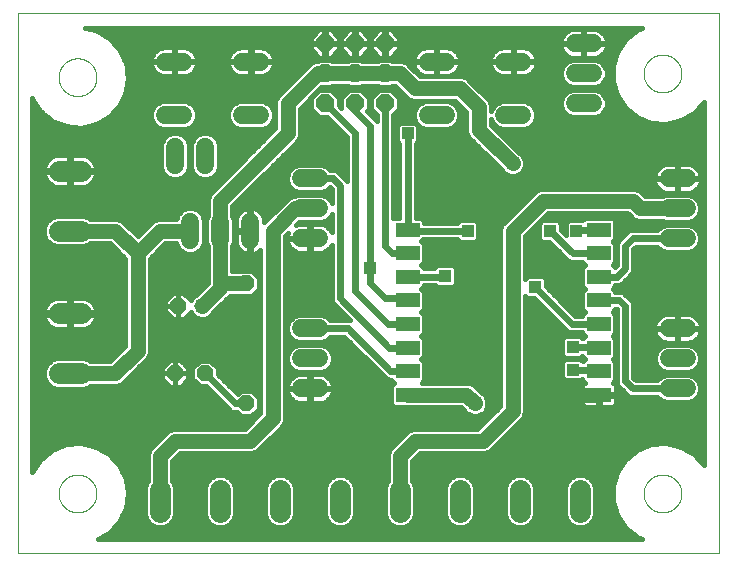
<source format=gtl>
G75*
%MOIN*%
%OFA0B0*%
%FSLAX25Y25*%
%IPPOS*%
%LPD*%
%AMOC8*
5,1,8,0,0,1.08239X$1,22.5*
%
%ADD10C,0.00000*%
%ADD11C,0.06000*%
%ADD12R,0.07874X0.04724*%
%ADD13C,0.07050*%
%ADD14OC8,0.06000*%
%ADD15OC8,0.05200*%
%ADD16C,0.05200*%
%ADD17C,0.05000*%
%ADD18R,0.05000X0.05000*%
%ADD19C,0.01600*%
%ADD20C,0.02400*%
%ADD21R,0.04000X0.04000*%
%ADD22R,0.03962X0.03962*%
D10*
X0009300Y0001800D02*
X0009300Y0181761D01*
X0009300Y0181800D02*
X0243050Y0181800D01*
X0243001Y0181761D02*
X0243001Y0001800D01*
X0009300Y0001800D01*
X0023001Y0021800D02*
X0023003Y0021958D01*
X0023009Y0022116D01*
X0023019Y0022274D01*
X0023033Y0022432D01*
X0023051Y0022589D01*
X0023072Y0022746D01*
X0023098Y0022902D01*
X0023128Y0023058D01*
X0023161Y0023213D01*
X0023199Y0023366D01*
X0023240Y0023519D01*
X0023285Y0023671D01*
X0023334Y0023822D01*
X0023387Y0023971D01*
X0023443Y0024119D01*
X0023503Y0024265D01*
X0023567Y0024410D01*
X0023635Y0024553D01*
X0023706Y0024695D01*
X0023780Y0024835D01*
X0023858Y0024972D01*
X0023940Y0025108D01*
X0024024Y0025242D01*
X0024113Y0025373D01*
X0024204Y0025502D01*
X0024299Y0025629D01*
X0024396Y0025754D01*
X0024497Y0025876D01*
X0024601Y0025995D01*
X0024708Y0026112D01*
X0024818Y0026226D01*
X0024931Y0026337D01*
X0025046Y0026446D01*
X0025164Y0026551D01*
X0025285Y0026653D01*
X0025408Y0026753D01*
X0025534Y0026849D01*
X0025662Y0026942D01*
X0025792Y0027032D01*
X0025925Y0027118D01*
X0026060Y0027202D01*
X0026196Y0027281D01*
X0026335Y0027358D01*
X0026476Y0027430D01*
X0026618Y0027500D01*
X0026762Y0027565D01*
X0026908Y0027627D01*
X0027055Y0027685D01*
X0027204Y0027740D01*
X0027354Y0027791D01*
X0027505Y0027838D01*
X0027657Y0027881D01*
X0027810Y0027920D01*
X0027965Y0027956D01*
X0028120Y0027987D01*
X0028276Y0028015D01*
X0028432Y0028039D01*
X0028589Y0028059D01*
X0028747Y0028075D01*
X0028904Y0028087D01*
X0029063Y0028095D01*
X0029221Y0028099D01*
X0029379Y0028099D01*
X0029537Y0028095D01*
X0029696Y0028087D01*
X0029853Y0028075D01*
X0030011Y0028059D01*
X0030168Y0028039D01*
X0030324Y0028015D01*
X0030480Y0027987D01*
X0030635Y0027956D01*
X0030790Y0027920D01*
X0030943Y0027881D01*
X0031095Y0027838D01*
X0031246Y0027791D01*
X0031396Y0027740D01*
X0031545Y0027685D01*
X0031692Y0027627D01*
X0031838Y0027565D01*
X0031982Y0027500D01*
X0032124Y0027430D01*
X0032265Y0027358D01*
X0032404Y0027281D01*
X0032540Y0027202D01*
X0032675Y0027118D01*
X0032808Y0027032D01*
X0032938Y0026942D01*
X0033066Y0026849D01*
X0033192Y0026753D01*
X0033315Y0026653D01*
X0033436Y0026551D01*
X0033554Y0026446D01*
X0033669Y0026337D01*
X0033782Y0026226D01*
X0033892Y0026112D01*
X0033999Y0025995D01*
X0034103Y0025876D01*
X0034204Y0025754D01*
X0034301Y0025629D01*
X0034396Y0025502D01*
X0034487Y0025373D01*
X0034576Y0025242D01*
X0034660Y0025108D01*
X0034742Y0024972D01*
X0034820Y0024835D01*
X0034894Y0024695D01*
X0034965Y0024553D01*
X0035033Y0024410D01*
X0035097Y0024265D01*
X0035157Y0024119D01*
X0035213Y0023971D01*
X0035266Y0023822D01*
X0035315Y0023671D01*
X0035360Y0023519D01*
X0035401Y0023366D01*
X0035439Y0023213D01*
X0035472Y0023058D01*
X0035502Y0022902D01*
X0035528Y0022746D01*
X0035549Y0022589D01*
X0035567Y0022432D01*
X0035581Y0022274D01*
X0035591Y0022116D01*
X0035597Y0021958D01*
X0035599Y0021800D01*
X0035597Y0021642D01*
X0035591Y0021484D01*
X0035581Y0021326D01*
X0035567Y0021168D01*
X0035549Y0021011D01*
X0035528Y0020854D01*
X0035502Y0020698D01*
X0035472Y0020542D01*
X0035439Y0020387D01*
X0035401Y0020234D01*
X0035360Y0020081D01*
X0035315Y0019929D01*
X0035266Y0019778D01*
X0035213Y0019629D01*
X0035157Y0019481D01*
X0035097Y0019335D01*
X0035033Y0019190D01*
X0034965Y0019047D01*
X0034894Y0018905D01*
X0034820Y0018765D01*
X0034742Y0018628D01*
X0034660Y0018492D01*
X0034576Y0018358D01*
X0034487Y0018227D01*
X0034396Y0018098D01*
X0034301Y0017971D01*
X0034204Y0017846D01*
X0034103Y0017724D01*
X0033999Y0017605D01*
X0033892Y0017488D01*
X0033782Y0017374D01*
X0033669Y0017263D01*
X0033554Y0017154D01*
X0033436Y0017049D01*
X0033315Y0016947D01*
X0033192Y0016847D01*
X0033066Y0016751D01*
X0032938Y0016658D01*
X0032808Y0016568D01*
X0032675Y0016482D01*
X0032540Y0016398D01*
X0032404Y0016319D01*
X0032265Y0016242D01*
X0032124Y0016170D01*
X0031982Y0016100D01*
X0031838Y0016035D01*
X0031692Y0015973D01*
X0031545Y0015915D01*
X0031396Y0015860D01*
X0031246Y0015809D01*
X0031095Y0015762D01*
X0030943Y0015719D01*
X0030790Y0015680D01*
X0030635Y0015644D01*
X0030480Y0015613D01*
X0030324Y0015585D01*
X0030168Y0015561D01*
X0030011Y0015541D01*
X0029853Y0015525D01*
X0029696Y0015513D01*
X0029537Y0015505D01*
X0029379Y0015501D01*
X0029221Y0015501D01*
X0029063Y0015505D01*
X0028904Y0015513D01*
X0028747Y0015525D01*
X0028589Y0015541D01*
X0028432Y0015561D01*
X0028276Y0015585D01*
X0028120Y0015613D01*
X0027965Y0015644D01*
X0027810Y0015680D01*
X0027657Y0015719D01*
X0027505Y0015762D01*
X0027354Y0015809D01*
X0027204Y0015860D01*
X0027055Y0015915D01*
X0026908Y0015973D01*
X0026762Y0016035D01*
X0026618Y0016100D01*
X0026476Y0016170D01*
X0026335Y0016242D01*
X0026196Y0016319D01*
X0026060Y0016398D01*
X0025925Y0016482D01*
X0025792Y0016568D01*
X0025662Y0016658D01*
X0025534Y0016751D01*
X0025408Y0016847D01*
X0025285Y0016947D01*
X0025164Y0017049D01*
X0025046Y0017154D01*
X0024931Y0017263D01*
X0024818Y0017374D01*
X0024708Y0017488D01*
X0024601Y0017605D01*
X0024497Y0017724D01*
X0024396Y0017846D01*
X0024299Y0017971D01*
X0024204Y0018098D01*
X0024113Y0018227D01*
X0024024Y0018358D01*
X0023940Y0018492D01*
X0023858Y0018628D01*
X0023780Y0018765D01*
X0023706Y0018905D01*
X0023635Y0019047D01*
X0023567Y0019190D01*
X0023503Y0019335D01*
X0023443Y0019481D01*
X0023387Y0019629D01*
X0023334Y0019778D01*
X0023285Y0019929D01*
X0023240Y0020081D01*
X0023199Y0020234D01*
X0023161Y0020387D01*
X0023128Y0020542D01*
X0023098Y0020698D01*
X0023072Y0020854D01*
X0023051Y0021011D01*
X0023033Y0021168D01*
X0023019Y0021326D01*
X0023009Y0021484D01*
X0023003Y0021642D01*
X0023001Y0021800D01*
X0023001Y0160550D02*
X0023003Y0160708D01*
X0023009Y0160866D01*
X0023019Y0161024D01*
X0023033Y0161182D01*
X0023051Y0161339D01*
X0023072Y0161496D01*
X0023098Y0161652D01*
X0023128Y0161808D01*
X0023161Y0161963D01*
X0023199Y0162116D01*
X0023240Y0162269D01*
X0023285Y0162421D01*
X0023334Y0162572D01*
X0023387Y0162721D01*
X0023443Y0162869D01*
X0023503Y0163015D01*
X0023567Y0163160D01*
X0023635Y0163303D01*
X0023706Y0163445D01*
X0023780Y0163585D01*
X0023858Y0163722D01*
X0023940Y0163858D01*
X0024024Y0163992D01*
X0024113Y0164123D01*
X0024204Y0164252D01*
X0024299Y0164379D01*
X0024396Y0164504D01*
X0024497Y0164626D01*
X0024601Y0164745D01*
X0024708Y0164862D01*
X0024818Y0164976D01*
X0024931Y0165087D01*
X0025046Y0165196D01*
X0025164Y0165301D01*
X0025285Y0165403D01*
X0025408Y0165503D01*
X0025534Y0165599D01*
X0025662Y0165692D01*
X0025792Y0165782D01*
X0025925Y0165868D01*
X0026060Y0165952D01*
X0026196Y0166031D01*
X0026335Y0166108D01*
X0026476Y0166180D01*
X0026618Y0166250D01*
X0026762Y0166315D01*
X0026908Y0166377D01*
X0027055Y0166435D01*
X0027204Y0166490D01*
X0027354Y0166541D01*
X0027505Y0166588D01*
X0027657Y0166631D01*
X0027810Y0166670D01*
X0027965Y0166706D01*
X0028120Y0166737D01*
X0028276Y0166765D01*
X0028432Y0166789D01*
X0028589Y0166809D01*
X0028747Y0166825D01*
X0028904Y0166837D01*
X0029063Y0166845D01*
X0029221Y0166849D01*
X0029379Y0166849D01*
X0029537Y0166845D01*
X0029696Y0166837D01*
X0029853Y0166825D01*
X0030011Y0166809D01*
X0030168Y0166789D01*
X0030324Y0166765D01*
X0030480Y0166737D01*
X0030635Y0166706D01*
X0030790Y0166670D01*
X0030943Y0166631D01*
X0031095Y0166588D01*
X0031246Y0166541D01*
X0031396Y0166490D01*
X0031545Y0166435D01*
X0031692Y0166377D01*
X0031838Y0166315D01*
X0031982Y0166250D01*
X0032124Y0166180D01*
X0032265Y0166108D01*
X0032404Y0166031D01*
X0032540Y0165952D01*
X0032675Y0165868D01*
X0032808Y0165782D01*
X0032938Y0165692D01*
X0033066Y0165599D01*
X0033192Y0165503D01*
X0033315Y0165403D01*
X0033436Y0165301D01*
X0033554Y0165196D01*
X0033669Y0165087D01*
X0033782Y0164976D01*
X0033892Y0164862D01*
X0033999Y0164745D01*
X0034103Y0164626D01*
X0034204Y0164504D01*
X0034301Y0164379D01*
X0034396Y0164252D01*
X0034487Y0164123D01*
X0034576Y0163992D01*
X0034660Y0163858D01*
X0034742Y0163722D01*
X0034820Y0163585D01*
X0034894Y0163445D01*
X0034965Y0163303D01*
X0035033Y0163160D01*
X0035097Y0163015D01*
X0035157Y0162869D01*
X0035213Y0162721D01*
X0035266Y0162572D01*
X0035315Y0162421D01*
X0035360Y0162269D01*
X0035401Y0162116D01*
X0035439Y0161963D01*
X0035472Y0161808D01*
X0035502Y0161652D01*
X0035528Y0161496D01*
X0035549Y0161339D01*
X0035567Y0161182D01*
X0035581Y0161024D01*
X0035591Y0160866D01*
X0035597Y0160708D01*
X0035599Y0160550D01*
X0035597Y0160392D01*
X0035591Y0160234D01*
X0035581Y0160076D01*
X0035567Y0159918D01*
X0035549Y0159761D01*
X0035528Y0159604D01*
X0035502Y0159448D01*
X0035472Y0159292D01*
X0035439Y0159137D01*
X0035401Y0158984D01*
X0035360Y0158831D01*
X0035315Y0158679D01*
X0035266Y0158528D01*
X0035213Y0158379D01*
X0035157Y0158231D01*
X0035097Y0158085D01*
X0035033Y0157940D01*
X0034965Y0157797D01*
X0034894Y0157655D01*
X0034820Y0157515D01*
X0034742Y0157378D01*
X0034660Y0157242D01*
X0034576Y0157108D01*
X0034487Y0156977D01*
X0034396Y0156848D01*
X0034301Y0156721D01*
X0034204Y0156596D01*
X0034103Y0156474D01*
X0033999Y0156355D01*
X0033892Y0156238D01*
X0033782Y0156124D01*
X0033669Y0156013D01*
X0033554Y0155904D01*
X0033436Y0155799D01*
X0033315Y0155697D01*
X0033192Y0155597D01*
X0033066Y0155501D01*
X0032938Y0155408D01*
X0032808Y0155318D01*
X0032675Y0155232D01*
X0032540Y0155148D01*
X0032404Y0155069D01*
X0032265Y0154992D01*
X0032124Y0154920D01*
X0031982Y0154850D01*
X0031838Y0154785D01*
X0031692Y0154723D01*
X0031545Y0154665D01*
X0031396Y0154610D01*
X0031246Y0154559D01*
X0031095Y0154512D01*
X0030943Y0154469D01*
X0030790Y0154430D01*
X0030635Y0154394D01*
X0030480Y0154363D01*
X0030324Y0154335D01*
X0030168Y0154311D01*
X0030011Y0154291D01*
X0029853Y0154275D01*
X0029696Y0154263D01*
X0029537Y0154255D01*
X0029379Y0154251D01*
X0029221Y0154251D01*
X0029063Y0154255D01*
X0028904Y0154263D01*
X0028747Y0154275D01*
X0028589Y0154291D01*
X0028432Y0154311D01*
X0028276Y0154335D01*
X0028120Y0154363D01*
X0027965Y0154394D01*
X0027810Y0154430D01*
X0027657Y0154469D01*
X0027505Y0154512D01*
X0027354Y0154559D01*
X0027204Y0154610D01*
X0027055Y0154665D01*
X0026908Y0154723D01*
X0026762Y0154785D01*
X0026618Y0154850D01*
X0026476Y0154920D01*
X0026335Y0154992D01*
X0026196Y0155069D01*
X0026060Y0155148D01*
X0025925Y0155232D01*
X0025792Y0155318D01*
X0025662Y0155408D01*
X0025534Y0155501D01*
X0025408Y0155597D01*
X0025285Y0155697D01*
X0025164Y0155799D01*
X0025046Y0155904D01*
X0024931Y0156013D01*
X0024818Y0156124D01*
X0024708Y0156238D01*
X0024601Y0156355D01*
X0024497Y0156474D01*
X0024396Y0156596D01*
X0024299Y0156721D01*
X0024204Y0156848D01*
X0024113Y0156977D01*
X0024024Y0157108D01*
X0023940Y0157242D01*
X0023858Y0157378D01*
X0023780Y0157515D01*
X0023706Y0157655D01*
X0023635Y0157797D01*
X0023567Y0157940D01*
X0023503Y0158085D01*
X0023443Y0158231D01*
X0023387Y0158379D01*
X0023334Y0158528D01*
X0023285Y0158679D01*
X0023240Y0158831D01*
X0023199Y0158984D01*
X0023161Y0159137D01*
X0023128Y0159292D01*
X0023098Y0159448D01*
X0023072Y0159604D01*
X0023051Y0159761D01*
X0023033Y0159918D01*
X0023019Y0160076D01*
X0023009Y0160234D01*
X0023003Y0160392D01*
X0023001Y0160550D01*
X0218001Y0161800D02*
X0218003Y0161958D01*
X0218009Y0162116D01*
X0218019Y0162274D01*
X0218033Y0162432D01*
X0218051Y0162589D01*
X0218072Y0162746D01*
X0218098Y0162902D01*
X0218128Y0163058D01*
X0218161Y0163213D01*
X0218199Y0163366D01*
X0218240Y0163519D01*
X0218285Y0163671D01*
X0218334Y0163822D01*
X0218387Y0163971D01*
X0218443Y0164119D01*
X0218503Y0164265D01*
X0218567Y0164410D01*
X0218635Y0164553D01*
X0218706Y0164695D01*
X0218780Y0164835D01*
X0218858Y0164972D01*
X0218940Y0165108D01*
X0219024Y0165242D01*
X0219113Y0165373D01*
X0219204Y0165502D01*
X0219299Y0165629D01*
X0219396Y0165754D01*
X0219497Y0165876D01*
X0219601Y0165995D01*
X0219708Y0166112D01*
X0219818Y0166226D01*
X0219931Y0166337D01*
X0220046Y0166446D01*
X0220164Y0166551D01*
X0220285Y0166653D01*
X0220408Y0166753D01*
X0220534Y0166849D01*
X0220662Y0166942D01*
X0220792Y0167032D01*
X0220925Y0167118D01*
X0221060Y0167202D01*
X0221196Y0167281D01*
X0221335Y0167358D01*
X0221476Y0167430D01*
X0221618Y0167500D01*
X0221762Y0167565D01*
X0221908Y0167627D01*
X0222055Y0167685D01*
X0222204Y0167740D01*
X0222354Y0167791D01*
X0222505Y0167838D01*
X0222657Y0167881D01*
X0222810Y0167920D01*
X0222965Y0167956D01*
X0223120Y0167987D01*
X0223276Y0168015D01*
X0223432Y0168039D01*
X0223589Y0168059D01*
X0223747Y0168075D01*
X0223904Y0168087D01*
X0224063Y0168095D01*
X0224221Y0168099D01*
X0224379Y0168099D01*
X0224537Y0168095D01*
X0224696Y0168087D01*
X0224853Y0168075D01*
X0225011Y0168059D01*
X0225168Y0168039D01*
X0225324Y0168015D01*
X0225480Y0167987D01*
X0225635Y0167956D01*
X0225790Y0167920D01*
X0225943Y0167881D01*
X0226095Y0167838D01*
X0226246Y0167791D01*
X0226396Y0167740D01*
X0226545Y0167685D01*
X0226692Y0167627D01*
X0226838Y0167565D01*
X0226982Y0167500D01*
X0227124Y0167430D01*
X0227265Y0167358D01*
X0227404Y0167281D01*
X0227540Y0167202D01*
X0227675Y0167118D01*
X0227808Y0167032D01*
X0227938Y0166942D01*
X0228066Y0166849D01*
X0228192Y0166753D01*
X0228315Y0166653D01*
X0228436Y0166551D01*
X0228554Y0166446D01*
X0228669Y0166337D01*
X0228782Y0166226D01*
X0228892Y0166112D01*
X0228999Y0165995D01*
X0229103Y0165876D01*
X0229204Y0165754D01*
X0229301Y0165629D01*
X0229396Y0165502D01*
X0229487Y0165373D01*
X0229576Y0165242D01*
X0229660Y0165108D01*
X0229742Y0164972D01*
X0229820Y0164835D01*
X0229894Y0164695D01*
X0229965Y0164553D01*
X0230033Y0164410D01*
X0230097Y0164265D01*
X0230157Y0164119D01*
X0230213Y0163971D01*
X0230266Y0163822D01*
X0230315Y0163671D01*
X0230360Y0163519D01*
X0230401Y0163366D01*
X0230439Y0163213D01*
X0230472Y0163058D01*
X0230502Y0162902D01*
X0230528Y0162746D01*
X0230549Y0162589D01*
X0230567Y0162432D01*
X0230581Y0162274D01*
X0230591Y0162116D01*
X0230597Y0161958D01*
X0230599Y0161800D01*
X0230597Y0161642D01*
X0230591Y0161484D01*
X0230581Y0161326D01*
X0230567Y0161168D01*
X0230549Y0161011D01*
X0230528Y0160854D01*
X0230502Y0160698D01*
X0230472Y0160542D01*
X0230439Y0160387D01*
X0230401Y0160234D01*
X0230360Y0160081D01*
X0230315Y0159929D01*
X0230266Y0159778D01*
X0230213Y0159629D01*
X0230157Y0159481D01*
X0230097Y0159335D01*
X0230033Y0159190D01*
X0229965Y0159047D01*
X0229894Y0158905D01*
X0229820Y0158765D01*
X0229742Y0158628D01*
X0229660Y0158492D01*
X0229576Y0158358D01*
X0229487Y0158227D01*
X0229396Y0158098D01*
X0229301Y0157971D01*
X0229204Y0157846D01*
X0229103Y0157724D01*
X0228999Y0157605D01*
X0228892Y0157488D01*
X0228782Y0157374D01*
X0228669Y0157263D01*
X0228554Y0157154D01*
X0228436Y0157049D01*
X0228315Y0156947D01*
X0228192Y0156847D01*
X0228066Y0156751D01*
X0227938Y0156658D01*
X0227808Y0156568D01*
X0227675Y0156482D01*
X0227540Y0156398D01*
X0227404Y0156319D01*
X0227265Y0156242D01*
X0227124Y0156170D01*
X0226982Y0156100D01*
X0226838Y0156035D01*
X0226692Y0155973D01*
X0226545Y0155915D01*
X0226396Y0155860D01*
X0226246Y0155809D01*
X0226095Y0155762D01*
X0225943Y0155719D01*
X0225790Y0155680D01*
X0225635Y0155644D01*
X0225480Y0155613D01*
X0225324Y0155585D01*
X0225168Y0155561D01*
X0225011Y0155541D01*
X0224853Y0155525D01*
X0224696Y0155513D01*
X0224537Y0155505D01*
X0224379Y0155501D01*
X0224221Y0155501D01*
X0224063Y0155505D01*
X0223904Y0155513D01*
X0223747Y0155525D01*
X0223589Y0155541D01*
X0223432Y0155561D01*
X0223276Y0155585D01*
X0223120Y0155613D01*
X0222965Y0155644D01*
X0222810Y0155680D01*
X0222657Y0155719D01*
X0222505Y0155762D01*
X0222354Y0155809D01*
X0222204Y0155860D01*
X0222055Y0155915D01*
X0221908Y0155973D01*
X0221762Y0156035D01*
X0221618Y0156100D01*
X0221476Y0156170D01*
X0221335Y0156242D01*
X0221196Y0156319D01*
X0221060Y0156398D01*
X0220925Y0156482D01*
X0220792Y0156568D01*
X0220662Y0156658D01*
X0220534Y0156751D01*
X0220408Y0156847D01*
X0220285Y0156947D01*
X0220164Y0157049D01*
X0220046Y0157154D01*
X0219931Y0157263D01*
X0219818Y0157374D01*
X0219708Y0157488D01*
X0219601Y0157605D01*
X0219497Y0157724D01*
X0219396Y0157846D01*
X0219299Y0157971D01*
X0219204Y0158098D01*
X0219113Y0158227D01*
X0219024Y0158358D01*
X0218940Y0158492D01*
X0218858Y0158628D01*
X0218780Y0158765D01*
X0218706Y0158905D01*
X0218635Y0159047D01*
X0218567Y0159190D01*
X0218503Y0159335D01*
X0218443Y0159481D01*
X0218387Y0159629D01*
X0218334Y0159778D01*
X0218285Y0159929D01*
X0218240Y0160081D01*
X0218199Y0160234D01*
X0218161Y0160387D01*
X0218128Y0160542D01*
X0218098Y0160698D01*
X0218072Y0160854D01*
X0218051Y0161011D01*
X0218033Y0161168D01*
X0218019Y0161326D01*
X0218009Y0161484D01*
X0218003Y0161642D01*
X0218001Y0161800D01*
X0218001Y0021800D02*
X0218003Y0021958D01*
X0218009Y0022116D01*
X0218019Y0022274D01*
X0218033Y0022432D01*
X0218051Y0022589D01*
X0218072Y0022746D01*
X0218098Y0022902D01*
X0218128Y0023058D01*
X0218161Y0023213D01*
X0218199Y0023366D01*
X0218240Y0023519D01*
X0218285Y0023671D01*
X0218334Y0023822D01*
X0218387Y0023971D01*
X0218443Y0024119D01*
X0218503Y0024265D01*
X0218567Y0024410D01*
X0218635Y0024553D01*
X0218706Y0024695D01*
X0218780Y0024835D01*
X0218858Y0024972D01*
X0218940Y0025108D01*
X0219024Y0025242D01*
X0219113Y0025373D01*
X0219204Y0025502D01*
X0219299Y0025629D01*
X0219396Y0025754D01*
X0219497Y0025876D01*
X0219601Y0025995D01*
X0219708Y0026112D01*
X0219818Y0026226D01*
X0219931Y0026337D01*
X0220046Y0026446D01*
X0220164Y0026551D01*
X0220285Y0026653D01*
X0220408Y0026753D01*
X0220534Y0026849D01*
X0220662Y0026942D01*
X0220792Y0027032D01*
X0220925Y0027118D01*
X0221060Y0027202D01*
X0221196Y0027281D01*
X0221335Y0027358D01*
X0221476Y0027430D01*
X0221618Y0027500D01*
X0221762Y0027565D01*
X0221908Y0027627D01*
X0222055Y0027685D01*
X0222204Y0027740D01*
X0222354Y0027791D01*
X0222505Y0027838D01*
X0222657Y0027881D01*
X0222810Y0027920D01*
X0222965Y0027956D01*
X0223120Y0027987D01*
X0223276Y0028015D01*
X0223432Y0028039D01*
X0223589Y0028059D01*
X0223747Y0028075D01*
X0223904Y0028087D01*
X0224063Y0028095D01*
X0224221Y0028099D01*
X0224379Y0028099D01*
X0224537Y0028095D01*
X0224696Y0028087D01*
X0224853Y0028075D01*
X0225011Y0028059D01*
X0225168Y0028039D01*
X0225324Y0028015D01*
X0225480Y0027987D01*
X0225635Y0027956D01*
X0225790Y0027920D01*
X0225943Y0027881D01*
X0226095Y0027838D01*
X0226246Y0027791D01*
X0226396Y0027740D01*
X0226545Y0027685D01*
X0226692Y0027627D01*
X0226838Y0027565D01*
X0226982Y0027500D01*
X0227124Y0027430D01*
X0227265Y0027358D01*
X0227404Y0027281D01*
X0227540Y0027202D01*
X0227675Y0027118D01*
X0227808Y0027032D01*
X0227938Y0026942D01*
X0228066Y0026849D01*
X0228192Y0026753D01*
X0228315Y0026653D01*
X0228436Y0026551D01*
X0228554Y0026446D01*
X0228669Y0026337D01*
X0228782Y0026226D01*
X0228892Y0026112D01*
X0228999Y0025995D01*
X0229103Y0025876D01*
X0229204Y0025754D01*
X0229301Y0025629D01*
X0229396Y0025502D01*
X0229487Y0025373D01*
X0229576Y0025242D01*
X0229660Y0025108D01*
X0229742Y0024972D01*
X0229820Y0024835D01*
X0229894Y0024695D01*
X0229965Y0024553D01*
X0230033Y0024410D01*
X0230097Y0024265D01*
X0230157Y0024119D01*
X0230213Y0023971D01*
X0230266Y0023822D01*
X0230315Y0023671D01*
X0230360Y0023519D01*
X0230401Y0023366D01*
X0230439Y0023213D01*
X0230472Y0023058D01*
X0230502Y0022902D01*
X0230528Y0022746D01*
X0230549Y0022589D01*
X0230567Y0022432D01*
X0230581Y0022274D01*
X0230591Y0022116D01*
X0230597Y0021958D01*
X0230599Y0021800D01*
X0230597Y0021642D01*
X0230591Y0021484D01*
X0230581Y0021326D01*
X0230567Y0021168D01*
X0230549Y0021011D01*
X0230528Y0020854D01*
X0230502Y0020698D01*
X0230472Y0020542D01*
X0230439Y0020387D01*
X0230401Y0020234D01*
X0230360Y0020081D01*
X0230315Y0019929D01*
X0230266Y0019778D01*
X0230213Y0019629D01*
X0230157Y0019481D01*
X0230097Y0019335D01*
X0230033Y0019190D01*
X0229965Y0019047D01*
X0229894Y0018905D01*
X0229820Y0018765D01*
X0229742Y0018628D01*
X0229660Y0018492D01*
X0229576Y0018358D01*
X0229487Y0018227D01*
X0229396Y0018098D01*
X0229301Y0017971D01*
X0229204Y0017846D01*
X0229103Y0017724D01*
X0228999Y0017605D01*
X0228892Y0017488D01*
X0228782Y0017374D01*
X0228669Y0017263D01*
X0228554Y0017154D01*
X0228436Y0017049D01*
X0228315Y0016947D01*
X0228192Y0016847D01*
X0228066Y0016751D01*
X0227938Y0016658D01*
X0227808Y0016568D01*
X0227675Y0016482D01*
X0227540Y0016398D01*
X0227404Y0016319D01*
X0227265Y0016242D01*
X0227124Y0016170D01*
X0226982Y0016100D01*
X0226838Y0016035D01*
X0226692Y0015973D01*
X0226545Y0015915D01*
X0226396Y0015860D01*
X0226246Y0015809D01*
X0226095Y0015762D01*
X0225943Y0015719D01*
X0225790Y0015680D01*
X0225635Y0015644D01*
X0225480Y0015613D01*
X0225324Y0015585D01*
X0225168Y0015561D01*
X0225011Y0015541D01*
X0224853Y0015525D01*
X0224696Y0015513D01*
X0224537Y0015505D01*
X0224379Y0015501D01*
X0224221Y0015501D01*
X0224063Y0015505D01*
X0223904Y0015513D01*
X0223747Y0015525D01*
X0223589Y0015541D01*
X0223432Y0015561D01*
X0223276Y0015585D01*
X0223120Y0015613D01*
X0222965Y0015644D01*
X0222810Y0015680D01*
X0222657Y0015719D01*
X0222505Y0015762D01*
X0222354Y0015809D01*
X0222204Y0015860D01*
X0222055Y0015915D01*
X0221908Y0015973D01*
X0221762Y0016035D01*
X0221618Y0016100D01*
X0221476Y0016170D01*
X0221335Y0016242D01*
X0221196Y0016319D01*
X0221060Y0016398D01*
X0220925Y0016482D01*
X0220792Y0016568D01*
X0220662Y0016658D01*
X0220534Y0016751D01*
X0220408Y0016847D01*
X0220285Y0016947D01*
X0220164Y0017049D01*
X0220046Y0017154D01*
X0219931Y0017263D01*
X0219818Y0017374D01*
X0219708Y0017488D01*
X0219601Y0017605D01*
X0219497Y0017724D01*
X0219396Y0017846D01*
X0219299Y0017971D01*
X0219204Y0018098D01*
X0219113Y0018227D01*
X0219024Y0018358D01*
X0218940Y0018492D01*
X0218858Y0018628D01*
X0218780Y0018765D01*
X0218706Y0018905D01*
X0218635Y0019047D01*
X0218567Y0019190D01*
X0218503Y0019335D01*
X0218443Y0019481D01*
X0218387Y0019629D01*
X0218334Y0019778D01*
X0218285Y0019929D01*
X0218240Y0020081D01*
X0218199Y0020234D01*
X0218161Y0020387D01*
X0218128Y0020542D01*
X0218098Y0020698D01*
X0218072Y0020854D01*
X0218051Y0021011D01*
X0218033Y0021168D01*
X0218019Y0021326D01*
X0218009Y0021484D01*
X0218003Y0021642D01*
X0218001Y0021800D01*
D11*
X0226300Y0056800D02*
X0232300Y0056800D01*
X0232300Y0066800D02*
X0226300Y0066800D01*
X0226300Y0076800D02*
X0232300Y0076800D01*
X0232300Y0106800D02*
X0226300Y0106800D01*
X0226300Y0116800D02*
X0232300Y0116800D01*
X0232300Y0126800D02*
X0226300Y0126800D01*
X0201050Y0151800D02*
X0195050Y0151800D01*
X0195050Y0161800D02*
X0201050Y0161800D01*
X0201050Y0171800D02*
X0195050Y0171800D01*
X0177600Y0165700D02*
X0171600Y0165700D01*
X0152000Y0165700D02*
X0146000Y0165700D01*
X0146000Y0147900D02*
X0152000Y0147900D01*
X0171600Y0147900D02*
X0177600Y0147900D01*
X0109800Y0126800D02*
X0103800Y0126800D01*
X0103800Y0116800D02*
X0109800Y0116800D01*
X0109800Y0106800D02*
X0103800Y0106800D01*
X0086800Y0106300D02*
X0086800Y0112300D01*
X0076800Y0112300D02*
X0076800Y0106300D01*
X0066800Y0106300D02*
X0066800Y0112300D01*
X0061800Y0131300D02*
X0061800Y0137300D01*
X0071800Y0137300D02*
X0071800Y0131300D01*
X0064500Y0147900D02*
X0058500Y0147900D01*
X0058500Y0165700D02*
X0064500Y0165700D01*
X0084100Y0165700D02*
X0090100Y0165700D01*
X0090100Y0147900D02*
X0084100Y0147900D01*
X0103800Y0076800D02*
X0109800Y0076800D01*
X0109800Y0066800D02*
X0103800Y0066800D01*
X0103800Y0056800D02*
X0109800Y0056800D01*
D12*
X0139300Y0054674D03*
X0139300Y0062548D03*
X0139300Y0070422D03*
X0139300Y0078296D03*
X0139300Y0086170D03*
X0139300Y0094044D03*
X0139300Y0101918D03*
X0139300Y0109792D03*
X0203080Y0109792D03*
X0203080Y0101918D03*
X0203080Y0094044D03*
X0203080Y0086170D03*
X0203080Y0078296D03*
X0203080Y0070422D03*
X0203080Y0062548D03*
X0203080Y0054674D03*
D13*
X0196800Y0022825D02*
X0196800Y0015775D01*
X0176800Y0015775D02*
X0176800Y0022825D01*
X0156800Y0022825D02*
X0156800Y0015775D01*
X0136800Y0015775D02*
X0136800Y0022825D01*
X0116800Y0022825D02*
X0116800Y0015775D01*
X0096800Y0015775D02*
X0096800Y0022825D01*
X0076800Y0022825D02*
X0076800Y0015775D01*
X0056800Y0015775D02*
X0056800Y0022825D01*
X0030325Y0061800D02*
X0023275Y0061800D01*
X0023275Y0081800D02*
X0030325Y0081800D01*
X0030325Y0109300D02*
X0023275Y0109300D01*
X0023275Y0129300D02*
X0030325Y0129300D01*
D14*
X0111800Y0151800D03*
X0121800Y0151800D03*
X0131800Y0151800D03*
X0131800Y0161800D03*
X0131800Y0161800D03*
X0121800Y0161800D03*
X0121800Y0161800D03*
X0111800Y0161800D03*
X0111800Y0161800D03*
X0111800Y0171800D03*
X0121800Y0171800D03*
X0131800Y0171800D03*
D15*
X0085550Y0091800D03*
X0062800Y0084300D03*
X0061800Y0061800D03*
X0071800Y0061800D03*
X0085550Y0051800D03*
D16*
X0070800Y0084300D03*
D17*
X0076800Y0090300D01*
X0076800Y0091800D01*
X0085550Y0091800D01*
X0076800Y0091800D02*
X0076800Y0109300D01*
X0076800Y0119300D01*
X0099300Y0141800D01*
X0099300Y0151800D01*
X0109300Y0161800D01*
X0111800Y0161800D01*
X0121800Y0161800D01*
X0131800Y0161800D01*
X0136800Y0161800D01*
X0141800Y0156800D01*
X0156800Y0156800D01*
X0163050Y0150550D01*
X0163050Y0143050D01*
X0174300Y0131800D01*
X0184300Y0119300D02*
X0174300Y0109300D01*
X0174300Y0049300D01*
X0164300Y0039300D01*
X0141800Y0039300D01*
X0136800Y0034300D01*
X0136800Y0019300D01*
X0161800Y0051800D02*
X0158926Y0054674D01*
X0139300Y0054674D01*
X0094300Y0046800D02*
X0094300Y0109300D01*
X0101800Y0116800D01*
X0106800Y0116800D01*
X0066800Y0109300D02*
X0056800Y0109300D01*
X0049300Y0101800D01*
X0049300Y0069300D01*
X0041800Y0061800D01*
X0026800Y0061800D01*
X0056800Y0034300D02*
X0061800Y0039300D01*
X0086800Y0039300D01*
X0094300Y0046800D01*
X0056800Y0034300D02*
X0056800Y0019300D01*
X0049300Y0101800D02*
X0041800Y0109300D01*
X0026800Y0109300D01*
X0184300Y0119300D02*
X0214300Y0119300D01*
X0216800Y0116800D01*
X0229300Y0116800D01*
X0203080Y0054674D02*
X0197174Y0054674D01*
X0194300Y0051800D01*
D18*
X0194300Y0051800D03*
D19*
X0197343Y0052075D02*
X0197465Y0051617D01*
X0197702Y0051207D01*
X0198037Y0050871D01*
X0198448Y0050634D01*
X0198906Y0050512D01*
X0202698Y0050512D01*
X0202698Y0054293D01*
X0197343Y0054293D01*
X0197343Y0052075D01*
X0197617Y0051354D02*
X0178400Y0051354D01*
X0178400Y0052952D02*
X0197343Y0052952D01*
X0197343Y0055055D02*
X0202698Y0055055D01*
X0202698Y0054293D01*
X0203461Y0054293D01*
X0203461Y0055055D01*
X0208817Y0055055D01*
X0208817Y0057273D01*
X0208694Y0057731D01*
X0208457Y0058141D01*
X0208122Y0058477D01*
X0207772Y0058679D01*
X0208617Y0059523D01*
X0208617Y0065573D01*
X0207704Y0066485D01*
X0208617Y0067397D01*
X0208617Y0073447D01*
X0207704Y0074359D01*
X0208617Y0075271D01*
X0208617Y0081321D01*
X0207704Y0082233D01*
X0208617Y0083145D01*
X0208617Y0083370D01*
X0208770Y0083370D01*
X0209000Y0083140D01*
X0209000Y0058743D01*
X0209426Y0057714D01*
X0211926Y0055214D01*
X0212714Y0054426D01*
X0213743Y0054000D01*
X0222595Y0054000D01*
X0223694Y0052900D01*
X0225385Y0052200D01*
X0233215Y0052200D01*
X0234906Y0052900D01*
X0236200Y0054194D01*
X0236900Y0055885D01*
X0236900Y0057715D01*
X0236200Y0059406D01*
X0234906Y0060700D01*
X0233215Y0061400D01*
X0225385Y0061400D01*
X0223694Y0060700D01*
X0222595Y0059600D01*
X0215460Y0059600D01*
X0214600Y0060460D01*
X0214600Y0084857D01*
X0214174Y0085886D01*
X0213386Y0086674D01*
X0211516Y0088544D01*
X0210487Y0088970D01*
X0208617Y0088970D01*
X0208617Y0089195D01*
X0207704Y0090107D01*
X0208617Y0091019D01*
X0208617Y0091244D01*
X0209601Y0091244D01*
X0210630Y0091670D01*
X0213386Y0094426D01*
X0214174Y0095214D01*
X0214600Y0096243D01*
X0214600Y0103140D01*
X0215460Y0104000D01*
X0222595Y0104000D01*
X0223694Y0102900D01*
X0225385Y0102200D01*
X0233215Y0102200D01*
X0234906Y0102900D01*
X0236200Y0104194D01*
X0236900Y0105885D01*
X0236900Y0107715D01*
X0236200Y0109406D01*
X0234906Y0110700D01*
X0233215Y0111400D01*
X0225385Y0111400D01*
X0223694Y0110700D01*
X0222595Y0109600D01*
X0213743Y0109600D01*
X0212714Y0109174D01*
X0211926Y0108386D01*
X0209426Y0105886D01*
X0209000Y0104857D01*
X0209000Y0097960D01*
X0208363Y0097323D01*
X0207704Y0097981D01*
X0208617Y0098893D01*
X0208617Y0104943D01*
X0207704Y0105855D01*
X0208617Y0106767D01*
X0208617Y0112817D01*
X0207679Y0113754D01*
X0198480Y0113754D01*
X0197607Y0112881D01*
X0192906Y0112881D01*
X0191969Y0111944D01*
X0191969Y0108091D01*
X0190381Y0109679D01*
X0190381Y0111944D01*
X0189444Y0112881D01*
X0184156Y0112881D01*
X0183219Y0111944D01*
X0183219Y0106656D01*
X0184156Y0105719D01*
X0186421Y0105719D01*
X0192714Y0099426D01*
X0193743Y0099000D01*
X0197543Y0099000D01*
X0197543Y0098893D01*
X0198455Y0097981D01*
X0197543Y0097069D01*
X0197543Y0091019D01*
X0198455Y0090107D01*
X0197543Y0089195D01*
X0197543Y0083145D01*
X0198455Y0082233D01*
X0197543Y0081321D01*
X0197543Y0081096D01*
X0195214Y0081096D01*
X0185381Y0090929D01*
X0185381Y0093194D01*
X0184444Y0094131D01*
X0179156Y0094131D01*
X0178400Y0093375D01*
X0178400Y0107602D01*
X0185998Y0115200D01*
X0212602Y0115200D01*
X0213324Y0114478D01*
X0213324Y0114478D01*
X0214478Y0113324D01*
X0215984Y0112700D01*
X0224178Y0112700D01*
X0225385Y0112200D01*
X0233215Y0112200D01*
X0234906Y0112900D01*
X0236200Y0114194D01*
X0236900Y0115885D01*
X0236900Y0117715D01*
X0236200Y0119406D01*
X0234906Y0120700D01*
X0233215Y0121400D01*
X0225385Y0121400D01*
X0224178Y0120900D01*
X0218498Y0120900D01*
X0217776Y0121622D01*
X0217776Y0121622D01*
X0216622Y0122776D01*
X0215116Y0123400D01*
X0183484Y0123400D01*
X0181978Y0122776D01*
X0171978Y0112776D01*
X0171978Y0112776D01*
X0170824Y0111622D01*
X0170200Y0110116D01*
X0170200Y0050998D01*
X0162602Y0043400D01*
X0140984Y0043400D01*
X0139478Y0042776D01*
X0134478Y0037776D01*
X0133324Y0036622D01*
X0132700Y0035116D01*
X0132700Y0025973D01*
X0132455Y0025728D01*
X0131675Y0023844D01*
X0131675Y0014756D01*
X0132455Y0012872D01*
X0133897Y0011430D01*
X0135781Y0010650D01*
X0137819Y0010650D01*
X0139703Y0011430D01*
X0141145Y0012872D01*
X0141925Y0014756D01*
X0141925Y0023844D01*
X0141145Y0025728D01*
X0140900Y0025973D01*
X0140900Y0032602D01*
X0143498Y0035200D01*
X0165116Y0035200D01*
X0166622Y0035824D01*
X0167776Y0036978D01*
X0177776Y0046978D01*
X0178400Y0048484D01*
X0178400Y0087725D01*
X0179156Y0086969D01*
X0181421Y0086969D01*
X0192468Y0075922D01*
X0193497Y0075496D01*
X0197543Y0075496D01*
X0197543Y0075271D01*
X0198455Y0074359D01*
X0197585Y0073490D01*
X0196944Y0074131D01*
X0191656Y0074131D01*
X0190719Y0073194D01*
X0190719Y0067906D01*
X0191656Y0066969D01*
X0196944Y0066969D01*
X0197543Y0067568D01*
X0197543Y0067397D01*
X0198455Y0066485D01*
X0197820Y0065850D01*
X0197725Y0065850D01*
X0196944Y0066631D01*
X0191656Y0066631D01*
X0190719Y0065694D01*
X0190719Y0060406D01*
X0191656Y0059469D01*
X0196944Y0059469D01*
X0197543Y0060068D01*
X0197543Y0059523D01*
X0198387Y0058679D01*
X0198037Y0058477D01*
X0197702Y0058141D01*
X0197465Y0057731D01*
X0197343Y0057273D01*
X0197343Y0055055D01*
X0197343Y0056149D02*
X0178400Y0056149D01*
X0178400Y0054551D02*
X0202698Y0054551D01*
X0203461Y0054551D02*
X0212589Y0054551D01*
X0210991Y0056149D02*
X0208817Y0056149D01*
X0208684Y0057748D02*
X0209412Y0057748D01*
X0209000Y0059346D02*
X0208440Y0059346D01*
X0208617Y0060945D02*
X0209000Y0060945D01*
X0209000Y0062543D02*
X0208617Y0062543D01*
X0208617Y0064142D02*
X0209000Y0064142D01*
X0209000Y0065740D02*
X0208449Y0065740D01*
X0208558Y0067339D02*
X0209000Y0067339D01*
X0209000Y0068937D02*
X0208617Y0068937D01*
X0208617Y0070536D02*
X0209000Y0070536D01*
X0209000Y0072134D02*
X0208617Y0072134D01*
X0208330Y0073733D02*
X0209000Y0073733D01*
X0209000Y0075332D02*
X0208617Y0075332D01*
X0208617Y0076930D02*
X0209000Y0076930D01*
X0209000Y0078529D02*
X0208617Y0078529D01*
X0208617Y0080127D02*
X0209000Y0080127D01*
X0209000Y0081726D02*
X0208212Y0081726D01*
X0208617Y0083324D02*
X0208816Y0083324D01*
X0213539Y0086521D02*
X0238201Y0086521D01*
X0238201Y0084923D02*
X0214573Y0084923D01*
X0214600Y0083324D02*
X0238201Y0083324D01*
X0238201Y0081726D02*
X0214600Y0081726D01*
X0214600Y0080127D02*
X0222839Y0080127D01*
X0222639Y0079927D02*
X0222195Y0079316D01*
X0221852Y0078643D01*
X0221618Y0077924D01*
X0221500Y0077178D01*
X0221500Y0077000D01*
X0229100Y0077000D01*
X0229100Y0081600D01*
X0225922Y0081600D01*
X0225176Y0081482D01*
X0224457Y0081248D01*
X0223784Y0080905D01*
X0223173Y0080461D01*
X0222639Y0079927D01*
X0221815Y0078529D02*
X0214600Y0078529D01*
X0214600Y0076930D02*
X0229100Y0076930D01*
X0229100Y0077000D02*
X0229100Y0076600D01*
X0229500Y0076600D01*
X0229500Y0077000D01*
X0229100Y0077000D01*
X0229500Y0077000D02*
X0229500Y0081600D01*
X0232678Y0081600D01*
X0233424Y0081482D01*
X0234143Y0081248D01*
X0234816Y0080905D01*
X0235427Y0080461D01*
X0235961Y0079927D01*
X0236405Y0079316D01*
X0236748Y0078643D01*
X0236982Y0077924D01*
X0237100Y0077178D01*
X0237100Y0077000D01*
X0229500Y0077000D01*
X0229500Y0076930D02*
X0238201Y0076930D01*
X0237100Y0076600D02*
X0229500Y0076600D01*
X0229500Y0072000D01*
X0232678Y0072000D01*
X0233424Y0072118D01*
X0234143Y0072352D01*
X0234816Y0072695D01*
X0235427Y0073139D01*
X0235961Y0073673D01*
X0236405Y0074284D01*
X0236748Y0074957D01*
X0236982Y0075676D01*
X0237100Y0076422D01*
X0237100Y0076600D01*
X0236870Y0075332D02*
X0238201Y0075332D01*
X0238201Y0073733D02*
X0236005Y0073733D01*
X0238201Y0072134D02*
X0233474Y0072134D01*
X0233215Y0071400D02*
X0225385Y0071400D01*
X0223694Y0070700D01*
X0222400Y0069406D01*
X0221700Y0067715D01*
X0221700Y0065885D01*
X0222400Y0064194D01*
X0223694Y0062900D01*
X0225385Y0062200D01*
X0233215Y0062200D01*
X0234906Y0062900D01*
X0236200Y0064194D01*
X0236900Y0065885D01*
X0236900Y0067715D01*
X0236200Y0069406D01*
X0234906Y0070700D01*
X0233215Y0071400D01*
X0235069Y0070536D02*
X0238201Y0070536D01*
X0238201Y0068937D02*
X0236394Y0068937D01*
X0236900Y0067339D02*
X0238201Y0067339D01*
X0238201Y0065740D02*
X0236840Y0065740D01*
X0236147Y0064142D02*
X0238201Y0064142D01*
X0238201Y0062543D02*
X0234044Y0062543D01*
X0234314Y0060945D02*
X0238201Y0060945D01*
X0238201Y0059346D02*
X0236224Y0059346D01*
X0236886Y0057748D02*
X0238201Y0057748D01*
X0238201Y0056149D02*
X0236900Y0056149D01*
X0236347Y0054551D02*
X0238201Y0054551D01*
X0238201Y0052952D02*
X0234958Y0052952D01*
X0238201Y0051354D02*
X0208542Y0051354D01*
X0208457Y0051207D02*
X0208694Y0051617D01*
X0208817Y0052075D01*
X0208817Y0054293D01*
X0203461Y0054293D01*
X0203461Y0050512D01*
X0207254Y0050512D01*
X0207711Y0050634D01*
X0208122Y0050871D01*
X0208457Y0051207D01*
X0208817Y0052952D02*
X0223642Y0052952D01*
X0224286Y0060945D02*
X0214600Y0060945D01*
X0214600Y0062543D02*
X0224556Y0062543D01*
X0222453Y0064142D02*
X0214600Y0064142D01*
X0214600Y0065740D02*
X0221760Y0065740D01*
X0221700Y0067339D02*
X0214600Y0067339D01*
X0214600Y0068937D02*
X0222206Y0068937D01*
X0223531Y0070536D02*
X0214600Y0070536D01*
X0214600Y0072134D02*
X0225126Y0072134D01*
X0225176Y0072118D02*
X0225922Y0072000D01*
X0229100Y0072000D01*
X0229100Y0076600D01*
X0221500Y0076600D01*
X0221500Y0076422D01*
X0221618Y0075676D01*
X0221852Y0074957D01*
X0222195Y0074284D01*
X0222639Y0073673D01*
X0223173Y0073139D01*
X0223784Y0072695D01*
X0224457Y0072352D01*
X0225176Y0072118D01*
X0222595Y0073733D02*
X0214600Y0073733D01*
X0214600Y0075332D02*
X0221730Y0075332D01*
X0229100Y0075332D02*
X0229500Y0075332D01*
X0229500Y0073733D02*
X0229100Y0073733D01*
X0229100Y0072134D02*
X0229500Y0072134D01*
X0229500Y0078529D02*
X0229100Y0078529D01*
X0229100Y0080127D02*
X0229500Y0080127D01*
X0235761Y0080127D02*
X0238201Y0080127D01*
X0238201Y0078529D02*
X0236785Y0078529D01*
X0238201Y0088120D02*
X0211940Y0088120D01*
X0209776Y0091317D02*
X0238201Y0091317D01*
X0238201Y0092915D02*
X0211875Y0092915D01*
X0213473Y0094514D02*
X0238201Y0094514D01*
X0238201Y0096112D02*
X0214546Y0096112D01*
X0214600Y0097711D02*
X0238201Y0097711D01*
X0238201Y0099309D02*
X0214600Y0099309D01*
X0214600Y0100908D02*
X0238201Y0100908D01*
X0238201Y0102506D02*
X0233954Y0102506D01*
X0236110Y0104105D02*
X0238201Y0104105D01*
X0238201Y0105703D02*
X0236825Y0105703D01*
X0236900Y0107302D02*
X0238201Y0107302D01*
X0238201Y0108900D02*
X0236409Y0108900D01*
X0235107Y0110499D02*
X0238201Y0110499D01*
X0238201Y0112097D02*
X0208617Y0112097D01*
X0208617Y0110499D02*
X0223493Y0110499D01*
X0224646Y0102506D02*
X0214600Y0102506D01*
X0210842Y0107302D02*
X0208617Y0107302D01*
X0208617Y0108900D02*
X0212440Y0108900D01*
X0209351Y0105703D02*
X0207856Y0105703D01*
X0208617Y0104105D02*
X0209000Y0104105D01*
X0209000Y0102506D02*
X0208617Y0102506D01*
X0208617Y0100908D02*
X0209000Y0100908D01*
X0209000Y0099309D02*
X0208617Y0099309D01*
X0208751Y0097711D02*
X0207975Y0097711D01*
X0208093Y0089718D02*
X0238201Y0089718D01*
X0238201Y0113696D02*
X0235701Y0113696D01*
X0236655Y0115294D02*
X0238201Y0115294D01*
X0238201Y0116893D02*
X0236900Y0116893D01*
X0236578Y0118491D02*
X0238201Y0118491D01*
X0238201Y0120090D02*
X0235516Y0120090D01*
X0234143Y0122352D02*
X0233424Y0122118D01*
X0232678Y0122000D01*
X0229500Y0122000D01*
X0229500Y0126600D01*
X0229500Y0127000D01*
X0229100Y0127000D01*
X0229100Y0131600D01*
X0225922Y0131600D01*
X0225176Y0131482D01*
X0224457Y0131248D01*
X0223784Y0130905D01*
X0223173Y0130461D01*
X0222639Y0129927D01*
X0222195Y0129316D01*
X0221852Y0128643D01*
X0221618Y0127924D01*
X0221500Y0127178D01*
X0221500Y0127000D01*
X0229100Y0127000D01*
X0229100Y0126600D01*
X0229500Y0126600D01*
X0237100Y0126600D01*
X0237100Y0126422D01*
X0236982Y0125676D01*
X0236748Y0124957D01*
X0236405Y0124284D01*
X0235961Y0123673D01*
X0235427Y0123139D01*
X0234816Y0122695D01*
X0234143Y0122352D01*
X0235575Y0123287D02*
X0238201Y0123287D01*
X0238201Y0124885D02*
X0236712Y0124885D01*
X0237100Y0126484D02*
X0238201Y0126484D01*
X0237100Y0127000D02*
X0237100Y0127178D01*
X0236982Y0127924D01*
X0236748Y0128643D01*
X0236405Y0129316D01*
X0235961Y0129927D01*
X0235427Y0130461D01*
X0234816Y0130905D01*
X0234143Y0131248D01*
X0233424Y0131482D01*
X0232678Y0131600D01*
X0229500Y0131600D01*
X0229500Y0127000D01*
X0237100Y0127000D01*
X0236930Y0128082D02*
X0238201Y0128082D01*
X0238201Y0129681D02*
X0236140Y0129681D01*
X0238201Y0131279D02*
X0234047Y0131279D01*
X0238201Y0132878D02*
X0178291Y0132878D01*
X0178400Y0132616D02*
X0177881Y0133868D01*
X0177881Y0134444D01*
X0176944Y0135381D01*
X0176517Y0135381D01*
X0167150Y0144748D01*
X0167150Y0146623D01*
X0167700Y0145294D01*
X0168994Y0144000D01*
X0170685Y0143300D01*
X0178515Y0143300D01*
X0180206Y0144000D01*
X0181500Y0145294D01*
X0182200Y0146985D01*
X0182200Y0148815D01*
X0181500Y0150506D01*
X0180206Y0151800D01*
X0178515Y0152500D01*
X0170685Y0152500D01*
X0168994Y0151800D01*
X0167700Y0150506D01*
X0167150Y0149177D01*
X0167150Y0151366D01*
X0166526Y0152872D01*
X0160276Y0159122D01*
X0160276Y0159122D01*
X0159122Y0160276D01*
X0157616Y0160900D01*
X0143498Y0160900D01*
X0140276Y0164122D01*
X0139122Y0165276D01*
X0137616Y0165900D01*
X0134205Y0165900D01*
X0133705Y0166400D01*
X0129895Y0166400D01*
X0129395Y0165900D01*
X0124205Y0165900D01*
X0123705Y0166400D01*
X0119895Y0166400D01*
X0119395Y0165900D01*
X0114205Y0165900D01*
X0113705Y0166400D01*
X0109895Y0166400D01*
X0109395Y0165900D01*
X0108484Y0165900D01*
X0106978Y0165276D01*
X0105824Y0164122D01*
X0095824Y0154122D01*
X0095200Y0152616D01*
X0095200Y0143498D01*
X0074478Y0122776D01*
X0074478Y0122776D01*
X0073324Y0121622D01*
X0072700Y0120116D01*
X0072700Y0114422D01*
X0072200Y0113215D01*
X0072200Y0105385D01*
X0072700Y0104178D01*
X0072700Y0091998D01*
X0068662Y0087961D01*
X0068421Y0087861D01*
X0067239Y0086679D01*
X0067065Y0086258D01*
X0064623Y0088700D01*
X0062800Y0088700D01*
X0062800Y0084300D01*
X0062800Y0084300D01*
X0062800Y0079900D01*
X0064623Y0079900D01*
X0067065Y0082342D01*
X0067239Y0081921D01*
X0068421Y0080739D01*
X0069965Y0080100D01*
X0071635Y0080100D01*
X0073179Y0080739D01*
X0074361Y0081921D01*
X0074461Y0082162D01*
X0079998Y0087700D01*
X0083710Y0087700D01*
X0083810Y0087600D01*
X0087290Y0087600D01*
X0089750Y0090060D01*
X0089750Y0093540D01*
X0087290Y0096000D01*
X0083810Y0096000D01*
X0083710Y0095900D01*
X0080900Y0095900D01*
X0080900Y0104178D01*
X0081400Y0105385D01*
X0081400Y0113215D01*
X0080900Y0114422D01*
X0080900Y0117602D01*
X0101622Y0138324D01*
X0102776Y0139478D01*
X0103400Y0140984D01*
X0103400Y0150102D01*
X0110498Y0157200D01*
X0113705Y0157200D01*
X0114205Y0157700D01*
X0119395Y0157700D01*
X0119895Y0157200D01*
X0123705Y0157200D01*
X0124205Y0157700D01*
X0129395Y0157700D01*
X0129895Y0157200D01*
X0133705Y0157200D01*
X0134205Y0157700D01*
X0135102Y0157700D01*
X0139478Y0153324D01*
X0140984Y0152700D01*
X0155102Y0152700D01*
X0158950Y0148852D01*
X0158950Y0142234D01*
X0159574Y0140728D01*
X0170719Y0129583D01*
X0170719Y0129156D01*
X0171656Y0128219D01*
X0172232Y0128219D01*
X0173484Y0127700D01*
X0175116Y0127700D01*
X0176368Y0128219D01*
X0176944Y0128219D01*
X0177881Y0129156D01*
X0177881Y0129732D01*
X0178400Y0130984D01*
X0178400Y0132616D01*
X0178400Y0131279D02*
X0224553Y0131279D01*
X0222460Y0129681D02*
X0177881Y0129681D01*
X0176039Y0128082D02*
X0221670Y0128082D01*
X0221500Y0126600D02*
X0221500Y0126422D01*
X0221618Y0125676D01*
X0221852Y0124957D01*
X0222195Y0124284D01*
X0222639Y0123673D01*
X0223173Y0123139D01*
X0223784Y0122695D01*
X0224457Y0122352D01*
X0225176Y0122118D01*
X0225922Y0122000D01*
X0229100Y0122000D01*
X0229100Y0126600D01*
X0221500Y0126600D01*
X0221500Y0126484D02*
X0142100Y0126484D01*
X0142100Y0128082D02*
X0172561Y0128082D01*
X0170621Y0129681D02*
X0142100Y0129681D01*
X0142100Y0131279D02*
X0169022Y0131279D01*
X0167424Y0132878D02*
X0142100Y0132878D01*
X0142100Y0134476D02*
X0165825Y0134476D01*
X0164227Y0136075D02*
X0142100Y0136075D01*
X0142100Y0137673D02*
X0162628Y0137673D01*
X0161030Y0139272D02*
X0142881Y0139272D01*
X0142881Y0139156D02*
X0142881Y0144444D01*
X0141944Y0145381D01*
X0136656Y0145381D01*
X0135719Y0144444D01*
X0135719Y0139156D01*
X0136500Y0138375D01*
X0136500Y0113754D01*
X0134700Y0113754D01*
X0134600Y0113654D01*
X0134600Y0148095D01*
X0136400Y0149895D01*
X0136400Y0153705D01*
X0133705Y0156400D01*
X0129895Y0156400D01*
X0127200Y0153705D01*
X0127200Y0149895D01*
X0129000Y0148095D01*
X0129000Y0146060D01*
X0128386Y0146674D01*
X0125783Y0149277D01*
X0126400Y0149895D01*
X0126400Y0153705D01*
X0123705Y0156400D01*
X0119895Y0156400D01*
X0117200Y0153705D01*
X0117200Y0150360D01*
X0116400Y0151160D01*
X0116400Y0153705D01*
X0113705Y0156400D01*
X0109895Y0156400D01*
X0107200Y0153705D01*
X0107200Y0149895D01*
X0109895Y0147200D01*
X0112440Y0147200D01*
X0119000Y0140640D01*
X0119000Y0126060D01*
X0116674Y0128386D01*
X0115886Y0129174D01*
X0114857Y0129600D01*
X0113505Y0129600D01*
X0112406Y0130700D01*
X0110715Y0131400D01*
X0102885Y0131400D01*
X0101194Y0130700D01*
X0099900Y0129406D01*
X0099200Y0127715D01*
X0099200Y0125885D01*
X0099900Y0124194D01*
X0101194Y0122900D01*
X0102885Y0122200D01*
X0110715Y0122200D01*
X0112406Y0122900D01*
X0113323Y0123817D01*
X0114000Y0123140D01*
X0114000Y0118681D01*
X0113700Y0119406D01*
X0112406Y0120700D01*
X0110715Y0121400D01*
X0102885Y0121400D01*
X0101678Y0120900D01*
X0100984Y0120900D01*
X0099478Y0120276D01*
X0098324Y0119122D01*
X0091600Y0112398D01*
X0091600Y0112678D01*
X0091482Y0113424D01*
X0091248Y0114143D01*
X0090905Y0114816D01*
X0090461Y0115427D01*
X0089927Y0115961D01*
X0089316Y0116405D01*
X0088643Y0116748D01*
X0087924Y0116982D01*
X0087178Y0117100D01*
X0087000Y0117100D01*
X0087000Y0109500D01*
X0086600Y0109500D01*
X0086600Y0117100D01*
X0086422Y0117100D01*
X0085676Y0116982D01*
X0084957Y0116748D01*
X0084284Y0116405D01*
X0083673Y0115961D01*
X0083139Y0115427D01*
X0082695Y0114816D01*
X0082352Y0114143D01*
X0082118Y0113424D01*
X0082000Y0112678D01*
X0082000Y0109500D01*
X0086600Y0109500D01*
X0086600Y0109100D01*
X0087000Y0109100D01*
X0087000Y0101500D01*
X0087178Y0101500D01*
X0087924Y0101618D01*
X0088643Y0101852D01*
X0089316Y0102195D01*
X0089927Y0102639D01*
X0090200Y0102912D01*
X0090200Y0048498D01*
X0085102Y0043400D01*
X0060984Y0043400D01*
X0059478Y0042776D01*
X0058324Y0041622D01*
X0053324Y0036622D01*
X0052700Y0035116D01*
X0052700Y0025973D01*
X0052455Y0025728D01*
X0051675Y0023844D01*
X0051675Y0014756D01*
X0052455Y0012872D01*
X0053897Y0011430D01*
X0055781Y0010650D01*
X0057819Y0010650D01*
X0059703Y0011430D01*
X0061145Y0012872D01*
X0061925Y0014756D01*
X0061925Y0023844D01*
X0061145Y0025728D01*
X0060900Y0025973D01*
X0060900Y0032602D01*
X0063498Y0035200D01*
X0087616Y0035200D01*
X0089122Y0035824D01*
X0096622Y0043324D01*
X0097776Y0044478D01*
X0098400Y0045984D01*
X0098400Y0107602D01*
X0099309Y0108511D01*
X0099118Y0107924D01*
X0099000Y0107178D01*
X0099000Y0107000D01*
X0106600Y0107000D01*
X0106600Y0111600D01*
X0103422Y0111600D01*
X0102676Y0111482D01*
X0102089Y0111291D01*
X0102998Y0112200D01*
X0110715Y0112200D01*
X0112406Y0112900D01*
X0113700Y0114194D01*
X0114000Y0114919D01*
X0114000Y0109130D01*
X0113905Y0109316D01*
X0113461Y0109927D01*
X0112927Y0110461D01*
X0112316Y0110905D01*
X0111643Y0111248D01*
X0110924Y0111482D01*
X0110178Y0111600D01*
X0107000Y0111600D01*
X0107000Y0107000D01*
X0106600Y0107000D01*
X0106600Y0106600D01*
X0107000Y0106600D01*
X0107000Y0102000D01*
X0110178Y0102000D01*
X0110924Y0102118D01*
X0111643Y0102352D01*
X0112316Y0102695D01*
X0112927Y0103139D01*
X0113461Y0103673D01*
X0113905Y0104284D01*
X0114000Y0104470D01*
X0114000Y0086243D01*
X0114426Y0085214D01*
X0120170Y0079470D01*
X0119857Y0079600D01*
X0113505Y0079600D01*
X0112406Y0080700D01*
X0110715Y0081400D01*
X0102885Y0081400D01*
X0101194Y0080700D01*
X0099900Y0079406D01*
X0099200Y0077715D01*
X0099200Y0075885D01*
X0099900Y0074194D01*
X0101194Y0072900D01*
X0102885Y0072200D01*
X0110715Y0072200D01*
X0112406Y0072900D01*
X0113505Y0074000D01*
X0118140Y0074000D01*
X0131966Y0060174D01*
X0132995Y0059748D01*
X0133763Y0059748D01*
X0133763Y0059523D01*
X0134675Y0058611D01*
X0133763Y0057699D01*
X0133763Y0051649D01*
X0134700Y0050712D01*
X0138152Y0050712D01*
X0138484Y0050574D01*
X0157228Y0050574D01*
X0158219Y0049583D01*
X0158219Y0049156D01*
X0159156Y0048219D01*
X0159732Y0048219D01*
X0160984Y0047700D01*
X0162616Y0047700D01*
X0163868Y0048219D01*
X0164444Y0048219D01*
X0165381Y0049156D01*
X0165381Y0049732D01*
X0165900Y0050984D01*
X0165900Y0052616D01*
X0165381Y0053868D01*
X0165381Y0054444D01*
X0164444Y0055381D01*
X0164017Y0055381D01*
X0161248Y0058150D01*
X0159742Y0058774D01*
X0144088Y0058774D01*
X0144837Y0059523D01*
X0144837Y0065573D01*
X0143925Y0066485D01*
X0144837Y0067397D01*
X0144837Y0073447D01*
X0143925Y0074359D01*
X0144837Y0075271D01*
X0144837Y0081321D01*
X0143925Y0082233D01*
X0144837Y0083145D01*
X0144837Y0089195D01*
X0143925Y0090107D01*
X0144837Y0091019D01*
X0144837Y0091244D01*
X0148593Y0091244D01*
X0149137Y0090700D01*
X0154463Y0090700D01*
X0155400Y0091637D01*
X0155400Y0096963D01*
X0154463Y0097900D01*
X0149137Y0097900D01*
X0148200Y0096963D01*
X0148200Y0096844D01*
X0144837Y0096844D01*
X0144837Y0097069D01*
X0143925Y0097981D01*
X0144837Y0098893D01*
X0144837Y0104943D01*
X0143925Y0105855D01*
X0144570Y0106500D01*
X0155875Y0106500D01*
X0156656Y0105719D01*
X0161944Y0105719D01*
X0162881Y0106656D01*
X0162881Y0111944D01*
X0161944Y0112881D01*
X0156656Y0112881D01*
X0155875Y0112100D01*
X0144837Y0112100D01*
X0144837Y0112817D01*
X0143900Y0113754D01*
X0142100Y0113754D01*
X0142100Y0138375D01*
X0142881Y0139156D01*
X0142881Y0140870D02*
X0159515Y0140870D01*
X0158950Y0142469D02*
X0142881Y0142469D01*
X0142881Y0144068D02*
X0143327Y0144068D01*
X0143394Y0144000D02*
X0145085Y0143300D01*
X0152915Y0143300D01*
X0154606Y0144000D01*
X0155900Y0145294D01*
X0156600Y0146985D01*
X0156600Y0148815D01*
X0155900Y0150506D01*
X0154606Y0151800D01*
X0152915Y0152500D01*
X0145085Y0152500D01*
X0143394Y0151800D01*
X0142100Y0150506D01*
X0141400Y0148815D01*
X0141400Y0146985D01*
X0142100Y0145294D01*
X0143394Y0144000D01*
X0141946Y0145666D02*
X0134600Y0145666D01*
X0134600Y0144068D02*
X0135719Y0144068D01*
X0135719Y0142469D02*
X0134600Y0142469D01*
X0134600Y0140870D02*
X0135719Y0140870D01*
X0135719Y0139272D02*
X0134600Y0139272D01*
X0134600Y0137673D02*
X0136500Y0137673D01*
X0136500Y0136075D02*
X0134600Y0136075D01*
X0134600Y0134476D02*
X0136500Y0134476D01*
X0136500Y0132878D02*
X0134600Y0132878D01*
X0134600Y0131279D02*
X0136500Y0131279D01*
X0136500Y0129681D02*
X0134600Y0129681D01*
X0134600Y0128082D02*
X0136500Y0128082D01*
X0136500Y0126484D02*
X0134600Y0126484D01*
X0134600Y0124885D02*
X0136500Y0124885D01*
X0136500Y0123287D02*
X0134600Y0123287D01*
X0134600Y0121688D02*
X0136500Y0121688D01*
X0136500Y0120090D02*
X0134600Y0120090D01*
X0134600Y0118491D02*
X0136500Y0118491D01*
X0136500Y0116893D02*
X0134600Y0116893D01*
X0134600Y0115294D02*
X0136500Y0115294D01*
X0134642Y0113696D02*
X0134600Y0113696D01*
X0142100Y0115294D02*
X0174496Y0115294D01*
X0172898Y0113696D02*
X0143958Y0113696D01*
X0142100Y0116893D02*
X0176095Y0116893D01*
X0177693Y0118491D02*
X0142100Y0118491D01*
X0142100Y0120090D02*
X0179292Y0120090D01*
X0180890Y0121688D02*
X0142100Y0121688D01*
X0142100Y0123287D02*
X0183211Y0123287D01*
X0184494Y0113696D02*
X0198421Y0113696D01*
X0192122Y0112097D02*
X0190228Y0112097D01*
X0190381Y0110499D02*
X0191969Y0110499D01*
X0191969Y0108900D02*
X0191160Y0108900D01*
X0186437Y0105703D02*
X0178400Y0105703D01*
X0178400Y0104105D02*
X0188035Y0104105D01*
X0189634Y0102506D02*
X0178400Y0102506D01*
X0178400Y0100908D02*
X0191232Y0100908D01*
X0192997Y0099309D02*
X0178400Y0099309D01*
X0178400Y0097711D02*
X0198184Y0097711D01*
X0197543Y0096112D02*
X0178400Y0096112D01*
X0178400Y0094514D02*
X0197543Y0094514D01*
X0197543Y0092915D02*
X0185381Y0092915D01*
X0185381Y0091317D02*
X0197543Y0091317D01*
X0198066Y0089718D02*
X0186592Y0089718D01*
X0188190Y0088120D02*
X0197543Y0088120D01*
X0197543Y0086521D02*
X0189789Y0086521D01*
X0191387Y0084923D02*
X0197543Y0084923D01*
X0197543Y0083324D02*
X0192986Y0083324D01*
X0194584Y0081726D02*
X0197947Y0081726D01*
X0191460Y0076930D02*
X0178400Y0076930D01*
X0178400Y0075332D02*
X0197543Y0075332D01*
X0197342Y0073733D02*
X0197829Y0073733D01*
X0191258Y0073733D02*
X0178400Y0073733D01*
X0178400Y0072134D02*
X0190719Y0072134D01*
X0190719Y0070536D02*
X0178400Y0070536D01*
X0178400Y0068937D02*
X0190719Y0068937D01*
X0191286Y0067339D02*
X0178400Y0067339D01*
X0178400Y0065740D02*
X0190766Y0065740D01*
X0190719Y0064142D02*
X0178400Y0064142D01*
X0178400Y0062543D02*
X0190719Y0062543D01*
X0190719Y0060945D02*
X0178400Y0060945D01*
X0178400Y0059346D02*
X0197719Y0059346D01*
X0197475Y0057748D02*
X0178400Y0057748D01*
X0170200Y0057748D02*
X0161650Y0057748D01*
X0163249Y0056149D02*
X0170200Y0056149D01*
X0170200Y0054551D02*
X0165274Y0054551D01*
X0165760Y0052952D02*
X0170200Y0052952D01*
X0170200Y0051354D02*
X0165900Y0051354D01*
X0165391Y0049755D02*
X0168957Y0049755D01*
X0167359Y0048157D02*
X0163718Y0048157D01*
X0165760Y0046558D02*
X0098400Y0046558D01*
X0098400Y0048157D02*
X0159882Y0048157D01*
X0158046Y0049755D02*
X0098400Y0049755D01*
X0098400Y0051354D02*
X0134058Y0051354D01*
X0133763Y0052952D02*
X0112670Y0052952D01*
X0112927Y0053139D02*
X0113461Y0053673D01*
X0113905Y0054284D01*
X0114248Y0054957D01*
X0114482Y0055676D01*
X0114600Y0056422D01*
X0114600Y0056600D01*
X0107000Y0056600D01*
X0107000Y0057000D01*
X0106600Y0057000D01*
X0106600Y0061600D01*
X0103422Y0061600D01*
X0102676Y0061482D01*
X0101957Y0061248D01*
X0101284Y0060905D01*
X0100673Y0060461D01*
X0100139Y0059927D01*
X0099695Y0059316D01*
X0099352Y0058643D01*
X0099118Y0057924D01*
X0099000Y0057178D01*
X0099000Y0057000D01*
X0106600Y0057000D01*
X0106600Y0056600D01*
X0107000Y0056600D01*
X0107000Y0052000D01*
X0110178Y0052000D01*
X0110924Y0052118D01*
X0111643Y0052352D01*
X0112316Y0052695D01*
X0112927Y0053139D01*
X0114041Y0054551D02*
X0133763Y0054551D01*
X0133763Y0056149D02*
X0114557Y0056149D01*
X0114600Y0057000D02*
X0114600Y0057178D01*
X0114482Y0057924D01*
X0114248Y0058643D01*
X0113905Y0059316D01*
X0113461Y0059927D01*
X0112927Y0060461D01*
X0112316Y0060905D01*
X0111643Y0061248D01*
X0110924Y0061482D01*
X0110178Y0061600D01*
X0107000Y0061600D01*
X0107000Y0057000D01*
X0114600Y0057000D01*
X0114510Y0057748D02*
X0133812Y0057748D01*
X0133940Y0059346D02*
X0113883Y0059346D01*
X0112238Y0060945D02*
X0131195Y0060945D01*
X0129597Y0062543D02*
X0111544Y0062543D01*
X0110715Y0062200D02*
X0112406Y0062900D01*
X0113700Y0064194D01*
X0114400Y0065885D01*
X0114400Y0067715D01*
X0113700Y0069406D01*
X0112406Y0070700D01*
X0110715Y0071400D01*
X0102885Y0071400D01*
X0101194Y0070700D01*
X0099900Y0069406D01*
X0099200Y0067715D01*
X0099200Y0065885D01*
X0099900Y0064194D01*
X0101194Y0062900D01*
X0102885Y0062200D01*
X0110715Y0062200D01*
X0107000Y0060945D02*
X0106600Y0060945D01*
X0106600Y0059346D02*
X0107000Y0059346D01*
X0107000Y0057748D02*
X0106600Y0057748D01*
X0106600Y0056600D02*
X0099000Y0056600D01*
X0099000Y0056422D01*
X0099118Y0055676D01*
X0099352Y0054957D01*
X0099695Y0054284D01*
X0100139Y0053673D01*
X0100673Y0053139D01*
X0101284Y0052695D01*
X0101957Y0052352D01*
X0102676Y0052118D01*
X0103422Y0052000D01*
X0106600Y0052000D01*
X0106600Y0056600D01*
X0106600Y0056149D02*
X0107000Y0056149D01*
X0107000Y0054551D02*
X0106600Y0054551D01*
X0106600Y0052952D02*
X0107000Y0052952D01*
X0100930Y0052952D02*
X0098400Y0052952D01*
X0098400Y0054551D02*
X0099559Y0054551D01*
X0099043Y0056149D02*
X0098400Y0056149D01*
X0098400Y0057748D02*
X0099090Y0057748D01*
X0099717Y0059346D02*
X0098400Y0059346D01*
X0098400Y0060945D02*
X0101362Y0060945D01*
X0102056Y0062543D02*
X0098400Y0062543D01*
X0098400Y0064142D02*
X0099953Y0064142D01*
X0099260Y0065740D02*
X0098400Y0065740D01*
X0098400Y0067339D02*
X0099200Y0067339D01*
X0099706Y0068937D02*
X0098400Y0068937D01*
X0098400Y0070536D02*
X0101031Y0070536D01*
X0098400Y0072134D02*
X0120006Y0072134D01*
X0121604Y0070536D02*
X0112569Y0070536D01*
X0113894Y0068937D02*
X0123203Y0068937D01*
X0124801Y0067339D02*
X0114400Y0067339D01*
X0114340Y0065740D02*
X0126400Y0065740D01*
X0127998Y0064142D02*
X0113647Y0064142D01*
X0113238Y0073733D02*
X0118407Y0073733D01*
X0119513Y0080127D02*
X0112978Y0080127D01*
X0116316Y0083324D02*
X0098400Y0083324D01*
X0098400Y0081726D02*
X0117915Y0081726D01*
X0114718Y0084923D02*
X0098400Y0084923D01*
X0098400Y0086521D02*
X0114000Y0086521D01*
X0114000Y0088120D02*
X0098400Y0088120D01*
X0098400Y0089718D02*
X0114000Y0089718D01*
X0114000Y0091317D02*
X0098400Y0091317D01*
X0098400Y0092915D02*
X0114000Y0092915D01*
X0114000Y0094514D02*
X0098400Y0094514D01*
X0098400Y0096112D02*
X0114000Y0096112D01*
X0114000Y0097711D02*
X0098400Y0097711D01*
X0098400Y0099309D02*
X0114000Y0099309D01*
X0114000Y0100908D02*
X0098400Y0100908D01*
X0098400Y0102506D02*
X0101654Y0102506D01*
X0101957Y0102352D02*
X0102676Y0102118D01*
X0103422Y0102000D01*
X0106600Y0102000D01*
X0106600Y0106600D01*
X0099000Y0106600D01*
X0099000Y0106422D01*
X0099118Y0105676D01*
X0099352Y0104957D01*
X0099695Y0104284D01*
X0100139Y0103673D01*
X0100673Y0103139D01*
X0101284Y0102695D01*
X0101957Y0102352D01*
X0099825Y0104105D02*
X0098400Y0104105D01*
X0098400Y0105703D02*
X0099114Y0105703D01*
X0099020Y0107302D02*
X0098400Y0107302D01*
X0102896Y0112097D02*
X0114000Y0112097D01*
X0114000Y0110499D02*
X0112875Y0110499D01*
X0113201Y0113696D02*
X0114000Y0113696D01*
X0114000Y0120090D02*
X0113016Y0120090D01*
X0114000Y0121688D02*
X0084987Y0121688D01*
X0086585Y0123287D02*
X0100808Y0123287D01*
X0099614Y0124885D02*
X0088184Y0124885D01*
X0089782Y0126484D02*
X0099200Y0126484D01*
X0099352Y0128082D02*
X0091381Y0128082D01*
X0092979Y0129681D02*
X0100176Y0129681D01*
X0102594Y0131279D02*
X0094578Y0131279D01*
X0096176Y0132878D02*
X0119000Y0132878D01*
X0119000Y0134476D02*
X0097775Y0134476D01*
X0099373Y0136075D02*
X0119000Y0136075D01*
X0119000Y0137673D02*
X0100972Y0137673D01*
X0101622Y0138324D02*
X0101622Y0138324D01*
X0102570Y0139272D02*
X0119000Y0139272D01*
X0118770Y0140870D02*
X0103353Y0140870D01*
X0103400Y0142469D02*
X0117171Y0142469D01*
X0115573Y0144068D02*
X0103400Y0144068D01*
X0103400Y0145666D02*
X0113974Y0145666D01*
X0109830Y0147265D02*
X0103400Y0147265D01*
X0103400Y0148863D02*
X0108232Y0148863D01*
X0107200Y0150462D02*
X0103760Y0150462D01*
X0105358Y0152060D02*
X0107200Y0152060D01*
X0107200Y0153659D02*
X0106957Y0153659D01*
X0108555Y0155257D02*
X0108752Y0155257D01*
X0110154Y0156856D02*
X0135946Y0156856D01*
X0134848Y0155257D02*
X0137545Y0155257D01*
X0136400Y0153659D02*
X0139143Y0153659D01*
X0136400Y0152060D02*
X0144023Y0152060D01*
X0142082Y0150462D02*
X0136400Y0150462D01*
X0135368Y0148863D02*
X0141420Y0148863D01*
X0141400Y0147265D02*
X0134600Y0147265D01*
X0129000Y0147265D02*
X0127795Y0147265D01*
X0128232Y0148863D02*
X0126197Y0148863D01*
X0126400Y0150462D02*
X0127200Y0150462D01*
X0127200Y0152060D02*
X0126400Y0152060D01*
X0126400Y0153659D02*
X0127200Y0153659D01*
X0128752Y0155257D02*
X0124848Y0155257D01*
X0118752Y0155257D02*
X0114848Y0155257D01*
X0116400Y0153659D02*
X0117200Y0153659D01*
X0117200Y0152060D02*
X0116400Y0152060D01*
X0117098Y0150462D02*
X0117200Y0150462D01*
X0103353Y0161651D02*
X0092693Y0161651D01*
X0092616Y0161595D02*
X0093227Y0162039D01*
X0093761Y0162573D01*
X0094205Y0163184D01*
X0094548Y0163857D01*
X0094782Y0164576D01*
X0094900Y0165322D01*
X0094900Y0165500D01*
X0087300Y0165500D01*
X0087300Y0165900D01*
X0086900Y0165900D01*
X0086900Y0170500D01*
X0083722Y0170500D01*
X0082976Y0170382D01*
X0082257Y0170148D01*
X0081584Y0169805D01*
X0080973Y0169361D01*
X0080439Y0168827D01*
X0079995Y0168216D01*
X0079652Y0167543D01*
X0079418Y0166824D01*
X0079300Y0166078D01*
X0079300Y0165900D01*
X0086900Y0165900D01*
X0086900Y0165500D01*
X0087300Y0165500D01*
X0087300Y0160900D01*
X0090478Y0160900D01*
X0091224Y0161018D01*
X0091943Y0161252D01*
X0092616Y0161595D01*
X0094239Y0163250D02*
X0104951Y0163250D01*
X0105824Y0164122D02*
X0105824Y0164122D01*
X0106550Y0164848D02*
X0094825Y0164848D01*
X0094900Y0165900D02*
X0094900Y0166078D01*
X0094782Y0166824D01*
X0094548Y0167543D01*
X0094205Y0168216D01*
X0093761Y0168827D01*
X0093227Y0169361D01*
X0092616Y0169805D01*
X0091943Y0170148D01*
X0091224Y0170382D01*
X0090478Y0170500D01*
X0087300Y0170500D01*
X0087300Y0165900D01*
X0094900Y0165900D01*
X0094842Y0166447D02*
X0141258Y0166447D01*
X0141200Y0166078D02*
X0141200Y0165900D01*
X0148800Y0165900D01*
X0148800Y0170500D01*
X0145622Y0170500D01*
X0144876Y0170382D01*
X0144157Y0170148D01*
X0143484Y0169805D01*
X0142873Y0169361D01*
X0142339Y0168827D01*
X0141895Y0168216D01*
X0141552Y0167543D01*
X0141318Y0166824D01*
X0141200Y0166078D01*
X0141200Y0165500D02*
X0141200Y0165322D01*
X0141318Y0164576D01*
X0141552Y0163857D01*
X0141895Y0163184D01*
X0142339Y0162573D01*
X0142873Y0162039D01*
X0143484Y0161595D01*
X0144157Y0161252D01*
X0144876Y0161018D01*
X0145622Y0160900D01*
X0148800Y0160900D01*
X0148800Y0165500D01*
X0149200Y0165500D01*
X0149200Y0165900D01*
X0148800Y0165900D01*
X0148800Y0165500D01*
X0141200Y0165500D01*
X0141275Y0164848D02*
X0139550Y0164848D01*
X0141149Y0163250D02*
X0141861Y0163250D01*
X0142747Y0161651D02*
X0143407Y0161651D01*
X0148800Y0161651D02*
X0149200Y0161651D01*
X0149200Y0160900D02*
X0152378Y0160900D01*
X0153124Y0161018D01*
X0153843Y0161252D01*
X0154516Y0161595D01*
X0155127Y0162039D01*
X0155661Y0162573D01*
X0156105Y0163184D01*
X0156448Y0163857D01*
X0156682Y0164576D01*
X0156800Y0165322D01*
X0156800Y0165500D01*
X0149200Y0165500D01*
X0149200Y0160900D01*
X0149200Y0163250D02*
X0148800Y0163250D01*
X0148800Y0164848D02*
X0149200Y0164848D01*
X0149200Y0165900D02*
X0156800Y0165900D01*
X0156800Y0166078D01*
X0156682Y0166824D01*
X0156448Y0167543D01*
X0156105Y0168216D01*
X0155661Y0168827D01*
X0155127Y0169361D01*
X0154516Y0169805D01*
X0153843Y0170148D01*
X0153124Y0170382D01*
X0152378Y0170500D01*
X0149200Y0170500D01*
X0149200Y0165900D01*
X0149200Y0166447D02*
X0148800Y0166447D01*
X0148800Y0168045D02*
X0149200Y0168045D01*
X0149200Y0169644D02*
X0148800Y0169644D01*
X0143262Y0169644D02*
X0136432Y0169644D01*
X0136600Y0169812D02*
X0133788Y0167000D01*
X0132000Y0167000D01*
X0132000Y0171600D01*
X0132000Y0172000D01*
X0136600Y0172000D01*
X0136600Y0173788D01*
X0133788Y0176600D01*
X0132000Y0176600D01*
X0132000Y0172000D01*
X0131600Y0172000D01*
X0131600Y0176600D01*
X0129812Y0176600D01*
X0127000Y0173788D01*
X0127000Y0172000D01*
X0131600Y0172000D01*
X0131600Y0171600D01*
X0132000Y0171600D01*
X0136600Y0171600D01*
X0136600Y0169812D01*
X0136600Y0171242D02*
X0190279Y0171242D01*
X0190250Y0171422D02*
X0190368Y0170676D01*
X0190602Y0169957D01*
X0190945Y0169284D01*
X0191389Y0168673D01*
X0191923Y0168139D01*
X0192534Y0167695D01*
X0193207Y0167352D01*
X0193926Y0167118D01*
X0194672Y0167000D01*
X0197850Y0167000D01*
X0197850Y0171600D01*
X0198250Y0171600D01*
X0198250Y0172000D01*
X0197850Y0172000D01*
X0197850Y0176600D01*
X0194672Y0176600D01*
X0193926Y0176482D01*
X0193207Y0176248D01*
X0192534Y0175905D01*
X0191923Y0175461D01*
X0191389Y0174927D01*
X0190945Y0174316D01*
X0190602Y0173643D01*
X0190368Y0172924D01*
X0190250Y0172178D01*
X0190250Y0172000D01*
X0197850Y0172000D01*
X0197850Y0171600D01*
X0190250Y0171600D01*
X0190250Y0171422D01*
X0190355Y0172841D02*
X0136600Y0172841D01*
X0135949Y0174439D02*
X0191034Y0174439D01*
X0192794Y0176038D02*
X0134350Y0176038D01*
X0132000Y0176038D02*
X0131600Y0176038D01*
X0131600Y0174439D02*
X0132000Y0174439D01*
X0132000Y0172841D02*
X0131600Y0172841D01*
X0131600Y0171600D02*
X0127000Y0171600D01*
X0127000Y0169812D01*
X0129812Y0167000D01*
X0131600Y0167000D01*
X0131600Y0171600D01*
X0131600Y0171242D02*
X0132000Y0171242D01*
X0132000Y0169644D02*
X0131600Y0169644D01*
X0131600Y0168045D02*
X0132000Y0168045D01*
X0134833Y0168045D02*
X0141808Y0168045D01*
X0154738Y0169644D02*
X0168862Y0169644D01*
X0169084Y0169805D02*
X0168473Y0169361D01*
X0167939Y0168827D01*
X0167495Y0168216D01*
X0167152Y0167543D01*
X0166918Y0166824D01*
X0166800Y0166078D01*
X0166800Y0165900D01*
X0174400Y0165900D01*
X0174400Y0170500D01*
X0171222Y0170500D01*
X0170476Y0170382D01*
X0169757Y0170148D01*
X0169084Y0169805D01*
X0167408Y0168045D02*
X0156192Y0168045D01*
X0156742Y0166447D02*
X0166858Y0166447D01*
X0166800Y0165500D02*
X0166800Y0165322D01*
X0166918Y0164576D01*
X0167152Y0163857D01*
X0167495Y0163184D01*
X0167939Y0162573D01*
X0168473Y0162039D01*
X0169084Y0161595D01*
X0169757Y0161252D01*
X0170476Y0161018D01*
X0171222Y0160900D01*
X0174400Y0160900D01*
X0174400Y0165500D01*
X0174800Y0165500D01*
X0174800Y0165900D01*
X0174400Y0165900D01*
X0174400Y0165500D01*
X0166800Y0165500D01*
X0166875Y0164848D02*
X0156725Y0164848D01*
X0156139Y0163250D02*
X0167461Y0163250D01*
X0169007Y0161651D02*
X0154593Y0161651D01*
X0159346Y0160053D02*
X0190795Y0160053D01*
X0190450Y0160885D02*
X0191150Y0159194D01*
X0192444Y0157900D01*
X0194135Y0157200D01*
X0201965Y0157200D01*
X0203656Y0157900D01*
X0204950Y0159194D01*
X0205650Y0160885D01*
X0205650Y0162715D01*
X0204950Y0164406D01*
X0203656Y0165700D01*
X0201965Y0166400D01*
X0194135Y0166400D01*
X0192444Y0165700D01*
X0191150Y0164406D01*
X0190450Y0162715D01*
X0190450Y0160885D01*
X0190450Y0161651D02*
X0180193Y0161651D01*
X0180116Y0161595D02*
X0180727Y0162039D01*
X0181261Y0162573D01*
X0181705Y0163184D01*
X0182048Y0163857D01*
X0182282Y0164576D01*
X0182400Y0165322D01*
X0182400Y0165500D01*
X0174800Y0165500D01*
X0174800Y0160900D01*
X0177978Y0160900D01*
X0178724Y0161018D01*
X0179443Y0161252D01*
X0180116Y0161595D01*
X0181739Y0163250D02*
X0190671Y0163250D01*
X0191593Y0164848D02*
X0182325Y0164848D01*
X0182400Y0165900D02*
X0182400Y0166078D01*
X0182282Y0166824D01*
X0182048Y0167543D01*
X0181705Y0168216D01*
X0181261Y0168827D01*
X0180727Y0169361D01*
X0180116Y0169805D01*
X0179443Y0170148D01*
X0178724Y0170382D01*
X0177978Y0170500D01*
X0174800Y0170500D01*
X0174800Y0165900D01*
X0182400Y0165900D01*
X0182342Y0166447D02*
X0208349Y0166447D01*
X0208842Y0168045D02*
X0204048Y0168045D01*
X0204177Y0168139D02*
X0204711Y0168673D01*
X0205155Y0169284D01*
X0205498Y0169957D01*
X0205732Y0170676D01*
X0205850Y0171422D01*
X0205850Y0171600D01*
X0198250Y0171600D01*
X0198250Y0167000D01*
X0201428Y0167000D01*
X0202174Y0167118D01*
X0202893Y0167352D01*
X0203566Y0167695D01*
X0204177Y0168139D01*
X0205338Y0169644D02*
X0209542Y0169644D01*
X0209164Y0169089D02*
X0209164Y0169089D01*
X0207688Y0164304D01*
X0207688Y0159296D01*
X0209164Y0154511D01*
X0209164Y0154511D01*
X0211985Y0150373D01*
X0215900Y0147251D01*
X0220562Y0145421D01*
X0225555Y0145047D01*
X0225555Y0145047D01*
X0230438Y0146161D01*
X0234775Y0148665D01*
X0238181Y0152336D01*
X0238201Y0152378D01*
X0238201Y0031222D01*
X0238181Y0031264D01*
X0234775Y0034935D01*
X0234775Y0034935D01*
X0230438Y0037439D01*
X0230438Y0037439D01*
X0225555Y0038553D01*
X0220562Y0038179D01*
X0220562Y0038179D01*
X0215900Y0036349D01*
X0211985Y0033227D01*
X0211985Y0033227D01*
X0211985Y0033227D01*
X0209164Y0029089D01*
X0207688Y0024304D01*
X0207688Y0019296D01*
X0209164Y0014511D01*
X0209164Y0014511D01*
X0211985Y0010373D01*
X0215900Y0007251D01*
X0217558Y0006600D01*
X0036197Y0006600D01*
X0039775Y0008665D01*
X0043181Y0012336D01*
X0045354Y0016848D01*
X0046100Y0021800D01*
X0045354Y0026752D01*
X0043181Y0031264D01*
X0039775Y0034935D01*
X0039775Y0034935D01*
X0035438Y0037439D01*
X0035438Y0037439D01*
X0030555Y0038553D01*
X0025562Y0038179D01*
X0025562Y0038179D01*
X0020900Y0036349D01*
X0016985Y0033227D01*
X0016985Y0033227D01*
X0014164Y0029089D01*
X0014100Y0028883D01*
X0014100Y0153467D01*
X0014164Y0153261D01*
X0014164Y0153261D01*
X0016985Y0149123D01*
X0020900Y0146001D01*
X0025562Y0144171D01*
X0030555Y0143797D01*
X0035438Y0144911D01*
X0035438Y0144911D01*
X0039775Y0147415D01*
X0043181Y0151086D01*
X0045354Y0155598D01*
X0046100Y0160550D01*
X0045354Y0165502D01*
X0043181Y0170014D01*
X0039775Y0173685D01*
X0039775Y0173685D01*
X0035438Y0176189D01*
X0035438Y0176189D01*
X0031883Y0177000D01*
X0217558Y0177000D01*
X0215900Y0176349D01*
X0211985Y0173227D01*
X0211985Y0173227D01*
X0211985Y0173227D01*
X0209164Y0169089D01*
X0210632Y0171242D02*
X0205821Y0171242D01*
X0205850Y0172000D02*
X0205850Y0172178D01*
X0205732Y0172924D01*
X0205498Y0173643D01*
X0205155Y0174316D01*
X0204711Y0174927D01*
X0204177Y0175461D01*
X0203566Y0175905D01*
X0202893Y0176248D01*
X0202174Y0176482D01*
X0201428Y0176600D01*
X0198250Y0176600D01*
X0198250Y0172000D01*
X0205850Y0172000D01*
X0205745Y0172841D02*
X0211721Y0172841D01*
X0213505Y0174439D02*
X0205066Y0174439D01*
X0203306Y0176038D02*
X0215509Y0176038D01*
X0215900Y0176349D02*
X0215900Y0176349D01*
X0207856Y0164848D02*
X0204507Y0164848D01*
X0205429Y0163250D02*
X0207688Y0163250D01*
X0207688Y0161651D02*
X0205650Y0161651D01*
X0205305Y0160053D02*
X0207688Y0160053D01*
X0207947Y0158454D02*
X0204209Y0158454D01*
X0203656Y0155700D02*
X0201965Y0156400D01*
X0194135Y0156400D01*
X0192444Y0155700D01*
X0191150Y0154406D01*
X0190450Y0152715D01*
X0190450Y0150885D01*
X0191150Y0149194D01*
X0192444Y0147900D01*
X0194135Y0147200D01*
X0201965Y0147200D01*
X0203656Y0147900D01*
X0204950Y0149194D01*
X0205650Y0150885D01*
X0205650Y0152715D01*
X0204950Y0154406D01*
X0203656Y0155700D01*
X0204098Y0155257D02*
X0208934Y0155257D01*
X0208440Y0156856D02*
X0162543Y0156856D01*
X0160944Y0158454D02*
X0191891Y0158454D01*
X0192002Y0155257D02*
X0164141Y0155257D01*
X0165740Y0153659D02*
X0190841Y0153659D01*
X0190450Y0152060D02*
X0179577Y0152060D01*
X0181518Y0150462D02*
X0190625Y0150462D01*
X0191482Y0148863D02*
X0182180Y0148863D01*
X0182200Y0147265D02*
X0193979Y0147265D01*
X0202121Y0147265D02*
X0215883Y0147265D01*
X0215900Y0147251D02*
X0215900Y0147251D01*
X0213878Y0148863D02*
X0204618Y0148863D01*
X0205475Y0150462D02*
X0211924Y0150462D01*
X0211985Y0150373D02*
X0211985Y0150373D01*
X0211985Y0150373D01*
X0210835Y0152060D02*
X0205650Y0152060D01*
X0205259Y0153659D02*
X0209745Y0153659D01*
X0219938Y0145666D02*
X0181654Y0145666D01*
X0180273Y0144068D02*
X0238201Y0144068D01*
X0238201Y0145666D02*
X0228268Y0145666D01*
X0230438Y0146161D02*
X0230438Y0146161D01*
X0232349Y0147265D02*
X0238201Y0147265D01*
X0238201Y0148863D02*
X0234958Y0148863D01*
X0234775Y0148665D02*
X0234775Y0148665D01*
X0234775Y0148665D01*
X0236441Y0150462D02*
X0238201Y0150462D01*
X0238201Y0152060D02*
X0237925Y0152060D01*
X0238181Y0152336D02*
X0238181Y0152336D01*
X0238201Y0142469D02*
X0169429Y0142469D01*
X0168927Y0144068D02*
X0167831Y0144068D01*
X0167546Y0145666D02*
X0167150Y0145666D01*
X0167150Y0150462D02*
X0167682Y0150462D01*
X0166862Y0152060D02*
X0169623Y0152060D01*
X0158939Y0148863D02*
X0156580Y0148863D01*
X0156600Y0147265D02*
X0158950Y0147265D01*
X0158950Y0145666D02*
X0156054Y0145666D01*
X0154673Y0144068D02*
X0158950Y0144068D01*
X0157340Y0150462D02*
X0155918Y0150462D01*
X0155742Y0152060D02*
X0153977Y0152060D01*
X0171028Y0140870D02*
X0238201Y0140870D01*
X0238201Y0139272D02*
X0172626Y0139272D01*
X0174225Y0137673D02*
X0238201Y0137673D01*
X0238201Y0136075D02*
X0175823Y0136075D01*
X0177848Y0134476D02*
X0238201Y0134476D01*
X0229500Y0131279D02*
X0229100Y0131279D01*
X0229100Y0129681D02*
X0229500Y0129681D01*
X0229500Y0128082D02*
X0229100Y0128082D01*
X0229100Y0126484D02*
X0229500Y0126484D01*
X0229500Y0124885D02*
X0229100Y0124885D01*
X0229100Y0123287D02*
X0229500Y0123287D01*
X0223025Y0123287D02*
X0215389Y0123287D01*
X0217710Y0121688D02*
X0238201Y0121688D01*
X0221888Y0124885D02*
X0142100Y0124885D01*
X0119000Y0126484D02*
X0118576Y0126484D01*
X0119000Y0128082D02*
X0116977Y0128082D01*
X0116674Y0128386D02*
X0116674Y0128386D01*
X0119000Y0129681D02*
X0113424Y0129681D01*
X0111006Y0131279D02*
X0119000Y0131279D01*
X0113853Y0123287D02*
X0112792Y0123287D01*
X0099292Y0120090D02*
X0083388Y0120090D01*
X0081790Y0118491D02*
X0097693Y0118491D01*
X0096095Y0116893D02*
X0088198Y0116893D01*
X0087000Y0116893D02*
X0086600Y0116893D01*
X0085402Y0116893D02*
X0080900Y0116893D01*
X0080900Y0115294D02*
X0083042Y0115294D01*
X0082207Y0113696D02*
X0081201Y0113696D01*
X0081400Y0112097D02*
X0082000Y0112097D01*
X0082000Y0110499D02*
X0081400Y0110499D01*
X0082000Y0109100D02*
X0082000Y0105922D01*
X0082118Y0105176D01*
X0082352Y0104457D01*
X0082695Y0103784D01*
X0083139Y0103173D01*
X0083673Y0102639D01*
X0084284Y0102195D01*
X0084957Y0101852D01*
X0085676Y0101618D01*
X0086422Y0101500D01*
X0086600Y0101500D01*
X0086600Y0109100D01*
X0082000Y0109100D01*
X0082000Y0108900D02*
X0081400Y0108900D01*
X0081400Y0107302D02*
X0082000Y0107302D01*
X0082035Y0105703D02*
X0081400Y0105703D01*
X0080900Y0104105D02*
X0082531Y0104105D01*
X0083855Y0102506D02*
X0080900Y0102506D01*
X0080900Y0100908D02*
X0090200Y0100908D01*
X0090200Y0102506D02*
X0089745Y0102506D01*
X0087000Y0102506D02*
X0086600Y0102506D01*
X0086600Y0104105D02*
X0087000Y0104105D01*
X0087000Y0105703D02*
X0086600Y0105703D01*
X0086600Y0107302D02*
X0087000Y0107302D01*
X0087000Y0108900D02*
X0086600Y0108900D01*
X0086600Y0110499D02*
X0087000Y0110499D01*
X0087000Y0112097D02*
X0086600Y0112097D01*
X0086600Y0113696D02*
X0087000Y0113696D01*
X0087000Y0115294D02*
X0086600Y0115294D01*
X0090558Y0115294D02*
X0094496Y0115294D01*
X0092898Y0113696D02*
X0091393Y0113696D01*
X0106600Y0110499D02*
X0107000Y0110499D01*
X0107000Y0108900D02*
X0106600Y0108900D01*
X0106600Y0107302D02*
X0107000Y0107302D01*
X0107000Y0105703D02*
X0106600Y0105703D01*
X0106600Y0104105D02*
X0107000Y0104105D01*
X0107000Y0102506D02*
X0106600Y0102506D01*
X0111946Y0102506D02*
X0114000Y0102506D01*
X0114000Y0104105D02*
X0113775Y0104105D01*
X0090200Y0099309D02*
X0080900Y0099309D01*
X0080900Y0097711D02*
X0090200Y0097711D01*
X0090200Y0096112D02*
X0080900Y0096112D01*
X0072700Y0096112D02*
X0053400Y0096112D01*
X0053400Y0094514D02*
X0072700Y0094514D01*
X0072700Y0092915D02*
X0053400Y0092915D01*
X0053400Y0091317D02*
X0072018Y0091317D01*
X0070420Y0089718D02*
X0053400Y0089718D01*
X0053400Y0088120D02*
X0060397Y0088120D01*
X0060977Y0088700D02*
X0058400Y0086123D01*
X0058400Y0084300D01*
X0062800Y0084300D01*
X0062800Y0084300D01*
X0062800Y0084300D01*
X0062800Y0088700D01*
X0060977Y0088700D01*
X0062800Y0088120D02*
X0062800Y0088120D01*
X0062800Y0086521D02*
X0062800Y0086521D01*
X0062800Y0084923D02*
X0062800Y0084923D01*
X0062800Y0084300D02*
X0058400Y0084300D01*
X0058400Y0082477D01*
X0060977Y0079900D01*
X0062800Y0079900D01*
X0062800Y0084300D01*
X0062800Y0083324D02*
X0062800Y0083324D01*
X0062800Y0081726D02*
X0062800Y0081726D01*
X0062800Y0080127D02*
X0062800Y0080127D01*
X0064850Y0080127D02*
X0069899Y0080127D01*
X0071701Y0080127D02*
X0090200Y0080127D01*
X0090200Y0078529D02*
X0053400Y0078529D01*
X0053400Y0080127D02*
X0060750Y0080127D01*
X0059152Y0081726D02*
X0053400Y0081726D01*
X0053400Y0083324D02*
X0058400Y0083324D01*
X0058400Y0084923D02*
X0053400Y0084923D01*
X0053400Y0086521D02*
X0058799Y0086521D01*
X0065203Y0088120D02*
X0068821Y0088120D01*
X0067174Y0086521D02*
X0066801Y0086521D01*
X0066448Y0081726D02*
X0067435Y0081726D01*
X0074165Y0081726D02*
X0090200Y0081726D01*
X0090200Y0083324D02*
X0075622Y0083324D01*
X0077221Y0084923D02*
X0090200Y0084923D01*
X0090200Y0086521D02*
X0078819Y0086521D01*
X0087809Y0088120D02*
X0090200Y0088120D01*
X0090200Y0089718D02*
X0089408Y0089718D01*
X0089750Y0091317D02*
X0090200Y0091317D01*
X0090200Y0092915D02*
X0089750Y0092915D01*
X0090200Y0094514D02*
X0088776Y0094514D01*
X0072700Y0097711D02*
X0053400Y0097711D01*
X0053400Y0099309D02*
X0072700Y0099309D01*
X0072700Y0100908D02*
X0054206Y0100908D01*
X0053400Y0100102D02*
X0058498Y0105200D01*
X0062277Y0105200D01*
X0062900Y0103694D01*
X0064194Y0102400D01*
X0065885Y0101700D01*
X0067715Y0101700D01*
X0069406Y0102400D01*
X0070700Y0103694D01*
X0071400Y0105385D01*
X0071400Y0113215D01*
X0070700Y0114906D01*
X0069406Y0116200D01*
X0067715Y0116900D01*
X0065885Y0116900D01*
X0064194Y0116200D01*
X0062900Y0114906D01*
X0062277Y0113400D01*
X0055984Y0113400D01*
X0054478Y0112776D01*
X0049300Y0107598D01*
X0044122Y0112776D01*
X0042616Y0113400D01*
X0033473Y0113400D01*
X0033228Y0113645D01*
X0031344Y0114425D01*
X0022256Y0114425D01*
X0020372Y0113645D01*
X0018930Y0112203D01*
X0018150Y0110319D01*
X0018150Y0108281D01*
X0018930Y0106397D01*
X0020372Y0104955D01*
X0022256Y0104175D01*
X0031344Y0104175D01*
X0033228Y0104955D01*
X0033473Y0105200D01*
X0040102Y0105200D01*
X0045200Y0100102D01*
X0045200Y0070998D01*
X0040102Y0065900D01*
X0033473Y0065900D01*
X0033228Y0066145D01*
X0031344Y0066925D01*
X0022256Y0066925D01*
X0020372Y0066145D01*
X0018930Y0064703D01*
X0018150Y0062819D01*
X0018150Y0060781D01*
X0018930Y0058897D01*
X0020372Y0057455D01*
X0022256Y0056675D01*
X0031344Y0056675D01*
X0033228Y0057455D01*
X0033473Y0057700D01*
X0042616Y0057700D01*
X0044122Y0058324D01*
X0051622Y0065824D01*
X0052776Y0066978D01*
X0053400Y0068484D01*
X0053400Y0100102D01*
X0055804Y0102506D02*
X0064088Y0102506D01*
X0062730Y0104105D02*
X0057403Y0104105D01*
X0052201Y0110499D02*
X0046399Y0110499D01*
X0044801Y0112097D02*
X0053799Y0112097D01*
X0050602Y0108900D02*
X0047998Y0108900D01*
X0042796Y0102506D02*
X0014100Y0102506D01*
X0014100Y0100908D02*
X0044394Y0100908D01*
X0045200Y0099309D02*
X0014100Y0099309D01*
X0014100Y0097711D02*
X0045200Y0097711D01*
X0045200Y0096112D02*
X0014100Y0096112D01*
X0014100Y0094514D02*
X0045200Y0094514D01*
X0045200Y0092915D02*
X0014100Y0092915D01*
X0014100Y0091317D02*
X0045200Y0091317D01*
X0045200Y0089718D02*
X0014100Y0089718D01*
X0014100Y0088120D02*
X0045200Y0088120D01*
X0045200Y0086521D02*
X0032789Y0086521D01*
X0033116Y0086354D02*
X0032369Y0086735D01*
X0031572Y0086994D01*
X0030744Y0087125D01*
X0027175Y0087125D01*
X0027175Y0082175D01*
X0026425Y0082175D01*
X0026425Y0087125D01*
X0022856Y0087125D01*
X0022028Y0086994D01*
X0021231Y0086735D01*
X0020484Y0086354D01*
X0019806Y0085862D01*
X0019213Y0085269D01*
X0018721Y0084591D01*
X0018340Y0083844D01*
X0018081Y0083047D01*
X0017950Y0082219D01*
X0017950Y0082175D01*
X0026425Y0082175D01*
X0026425Y0081425D01*
X0027175Y0081425D01*
X0027175Y0082175D01*
X0035650Y0082175D01*
X0035650Y0082219D01*
X0035519Y0083047D01*
X0035260Y0083844D01*
X0034879Y0084591D01*
X0034387Y0085269D01*
X0033794Y0085862D01*
X0033116Y0086354D01*
X0034638Y0084923D02*
X0045200Y0084923D01*
X0045200Y0083324D02*
X0035429Y0083324D01*
X0035650Y0081425D02*
X0027175Y0081425D01*
X0027175Y0076475D01*
X0030744Y0076475D01*
X0031572Y0076606D01*
X0032369Y0076865D01*
X0033116Y0077246D01*
X0033794Y0077738D01*
X0034387Y0078331D01*
X0034879Y0079009D01*
X0035260Y0079756D01*
X0035519Y0080553D01*
X0035650Y0081381D01*
X0035650Y0081425D01*
X0035380Y0080127D02*
X0045200Y0080127D01*
X0045200Y0078529D02*
X0034530Y0078529D01*
X0032496Y0076930D02*
X0045200Y0076930D01*
X0045200Y0075332D02*
X0014100Y0075332D01*
X0014100Y0076930D02*
X0021104Y0076930D01*
X0021231Y0076865D02*
X0022028Y0076606D01*
X0022856Y0076475D01*
X0026425Y0076475D01*
X0026425Y0081425D01*
X0017950Y0081425D01*
X0017950Y0081381D01*
X0018081Y0080553D01*
X0018340Y0079756D01*
X0018721Y0079009D01*
X0019213Y0078331D01*
X0019806Y0077738D01*
X0020484Y0077246D01*
X0021231Y0076865D01*
X0019070Y0078529D02*
X0014100Y0078529D01*
X0014100Y0080127D02*
X0018220Y0080127D01*
X0018171Y0083324D02*
X0014100Y0083324D01*
X0014100Y0081726D02*
X0026425Y0081726D01*
X0027175Y0081726D02*
X0045200Y0081726D01*
X0053400Y0076930D02*
X0090200Y0076930D01*
X0090200Y0075332D02*
X0053400Y0075332D01*
X0053400Y0073733D02*
X0090200Y0073733D01*
X0090200Y0072134D02*
X0053400Y0072134D01*
X0053400Y0070536D02*
X0090200Y0070536D01*
X0090200Y0068937D02*
X0053400Y0068937D01*
X0052926Y0067339D02*
X0090200Y0067339D01*
X0090200Y0065740D02*
X0073799Y0065740D01*
X0073540Y0066000D02*
X0070060Y0066000D01*
X0067600Y0063540D01*
X0067600Y0060060D01*
X0070060Y0057600D01*
X0072040Y0057600D01*
X0079426Y0050214D01*
X0080214Y0049426D01*
X0081243Y0049000D01*
X0082410Y0049000D01*
X0083810Y0047600D01*
X0087290Y0047600D01*
X0089750Y0050060D01*
X0089750Y0053540D01*
X0087290Y0056000D01*
X0083810Y0056000D01*
X0082685Y0054875D01*
X0076000Y0061560D01*
X0076000Y0063540D01*
X0073540Y0066000D01*
X0075398Y0064142D02*
X0090200Y0064142D01*
X0090200Y0062543D02*
X0076000Y0062543D01*
X0076615Y0060945D02*
X0090200Y0060945D01*
X0090200Y0059346D02*
X0078213Y0059346D01*
X0079812Y0057748D02*
X0090200Y0057748D01*
X0090200Y0056149D02*
X0081410Y0056149D01*
X0076688Y0052952D02*
X0014100Y0052952D01*
X0014100Y0051354D02*
X0078286Y0051354D01*
X0079885Y0049755D02*
X0014100Y0049755D01*
X0014100Y0048157D02*
X0083253Y0048157D01*
X0087847Y0048157D02*
X0089859Y0048157D01*
X0090200Y0049755D02*
X0089445Y0049755D01*
X0089750Y0051354D02*
X0090200Y0051354D01*
X0090200Y0052952D02*
X0089750Y0052952D01*
X0090200Y0054551D02*
X0088739Y0054551D01*
X0088260Y0046558D02*
X0014100Y0046558D01*
X0014100Y0044960D02*
X0086662Y0044960D01*
X0093463Y0040164D02*
X0136866Y0040164D01*
X0135267Y0038566D02*
X0091864Y0038566D01*
X0090266Y0036967D02*
X0133669Y0036967D01*
X0132805Y0035369D02*
X0088023Y0035369D01*
X0095061Y0041763D02*
X0138465Y0041763D01*
X0140891Y0043361D02*
X0096660Y0043361D01*
X0097976Y0044960D02*
X0164162Y0044960D01*
X0169364Y0038566D02*
X0238201Y0038566D01*
X0238201Y0040164D02*
X0170963Y0040164D01*
X0172561Y0041763D02*
X0238201Y0041763D01*
X0238201Y0043361D02*
X0174160Y0043361D01*
X0175758Y0044960D02*
X0238201Y0044960D01*
X0238201Y0046558D02*
X0177357Y0046558D01*
X0178264Y0048157D02*
X0238201Y0048157D01*
X0238201Y0049755D02*
X0178400Y0049755D01*
X0170200Y0059346D02*
X0144660Y0059346D01*
X0144837Y0060945D02*
X0170200Y0060945D01*
X0170200Y0062543D02*
X0144837Y0062543D01*
X0144837Y0064142D02*
X0170200Y0064142D01*
X0170200Y0065740D02*
X0144670Y0065740D01*
X0144779Y0067339D02*
X0170200Y0067339D01*
X0170200Y0068937D02*
X0144837Y0068937D01*
X0144837Y0070536D02*
X0170200Y0070536D01*
X0170200Y0072134D02*
X0144837Y0072134D01*
X0144551Y0073733D02*
X0170200Y0073733D01*
X0170200Y0075332D02*
X0144837Y0075332D01*
X0144837Y0076930D02*
X0170200Y0076930D01*
X0170200Y0078529D02*
X0144837Y0078529D01*
X0144837Y0080127D02*
X0170200Y0080127D01*
X0170200Y0081726D02*
X0144432Y0081726D01*
X0144837Y0083324D02*
X0170200Y0083324D01*
X0170200Y0084923D02*
X0144837Y0084923D01*
X0144837Y0086521D02*
X0170200Y0086521D01*
X0170200Y0088120D02*
X0144837Y0088120D01*
X0144314Y0089718D02*
X0170200Y0089718D01*
X0170200Y0091317D02*
X0155079Y0091317D01*
X0155400Y0092915D02*
X0170200Y0092915D01*
X0170200Y0094514D02*
X0155400Y0094514D01*
X0155400Y0096112D02*
X0170200Y0096112D01*
X0170200Y0097711D02*
X0154652Y0097711D01*
X0148948Y0097711D02*
X0144195Y0097711D01*
X0144837Y0099309D02*
X0170200Y0099309D01*
X0170200Y0100908D02*
X0144837Y0100908D01*
X0144837Y0102506D02*
X0170200Y0102506D01*
X0170200Y0104105D02*
X0144837Y0104105D01*
X0144077Y0105703D02*
X0170200Y0105703D01*
X0170200Y0107302D02*
X0162881Y0107302D01*
X0162881Y0108900D02*
X0170200Y0108900D01*
X0170359Y0110499D02*
X0162881Y0110499D01*
X0162728Y0112097D02*
X0171299Y0112097D01*
X0178400Y0107302D02*
X0183219Y0107302D01*
X0183219Y0108900D02*
X0179699Y0108900D01*
X0181297Y0110499D02*
X0183219Y0110499D01*
X0183372Y0112097D02*
X0182896Y0112097D01*
X0207738Y0113696D02*
X0214106Y0113696D01*
X0183468Y0084923D02*
X0178400Y0084923D01*
X0178400Y0086521D02*
X0181869Y0086521D01*
X0185066Y0083324D02*
X0178400Y0083324D01*
X0178400Y0081726D02*
X0186665Y0081726D01*
X0188263Y0080127D02*
X0178400Y0080127D01*
X0178400Y0078529D02*
X0189862Y0078529D01*
X0197314Y0067339D02*
X0197601Y0067339D01*
X0202698Y0052952D02*
X0203461Y0052952D01*
X0203461Y0051354D02*
X0202698Y0051354D01*
X0215900Y0036349D02*
X0215900Y0036349D01*
X0214671Y0035369D02*
X0165523Y0035369D01*
X0167766Y0036967D02*
X0217475Y0036967D01*
X0212666Y0033770D02*
X0142068Y0033770D01*
X0140900Y0032172D02*
X0211265Y0032172D01*
X0210175Y0030573D02*
X0140900Y0030573D01*
X0140900Y0028975D02*
X0209128Y0028975D01*
X0209164Y0029089D02*
X0209164Y0029089D01*
X0208635Y0027376D02*
X0199205Y0027376D01*
X0199703Y0027170D02*
X0197819Y0027950D01*
X0195781Y0027950D01*
X0193897Y0027170D01*
X0192455Y0025728D01*
X0191675Y0023844D01*
X0191675Y0014756D01*
X0192455Y0012872D01*
X0193897Y0011430D01*
X0195781Y0010650D01*
X0197819Y0010650D01*
X0199703Y0011430D01*
X0201145Y0012872D01*
X0201925Y0014756D01*
X0201925Y0023844D01*
X0201145Y0025728D01*
X0199703Y0027170D01*
X0201095Y0025778D02*
X0208142Y0025778D01*
X0207688Y0024179D02*
X0201786Y0024179D01*
X0201925Y0022581D02*
X0207688Y0022581D01*
X0207688Y0020982D02*
X0201925Y0020982D01*
X0201925Y0019384D02*
X0207688Y0019384D01*
X0208154Y0017785D02*
X0201925Y0017785D01*
X0201925Y0016187D02*
X0208647Y0016187D01*
X0209140Y0014588D02*
X0201856Y0014588D01*
X0201193Y0012990D02*
X0210201Y0012990D01*
X0211291Y0011391D02*
X0199609Y0011391D01*
X0193991Y0011391D02*
X0179609Y0011391D01*
X0179703Y0011430D02*
X0177819Y0010650D01*
X0175781Y0010650D01*
X0173897Y0011430D01*
X0172455Y0012872D01*
X0171675Y0014756D01*
X0171675Y0023844D01*
X0172455Y0025728D01*
X0173897Y0027170D01*
X0175781Y0027950D01*
X0177819Y0027950D01*
X0179703Y0027170D01*
X0181145Y0025728D01*
X0181925Y0023844D01*
X0181925Y0014756D01*
X0181145Y0012872D01*
X0179703Y0011430D01*
X0181193Y0012990D02*
X0192406Y0012990D01*
X0191744Y0014588D02*
X0181856Y0014588D01*
X0181925Y0016187D02*
X0191675Y0016187D01*
X0191675Y0017785D02*
X0181925Y0017785D01*
X0181925Y0019384D02*
X0191675Y0019384D01*
X0191675Y0020982D02*
X0181925Y0020982D01*
X0181925Y0022581D02*
X0191675Y0022581D01*
X0191814Y0024179D02*
X0181786Y0024179D01*
X0181095Y0025778D02*
X0192505Y0025778D01*
X0194395Y0027376D02*
X0179205Y0027376D01*
X0174395Y0027376D02*
X0159205Y0027376D01*
X0159703Y0027170D02*
X0157819Y0027950D01*
X0155781Y0027950D01*
X0153897Y0027170D01*
X0152455Y0025728D01*
X0151675Y0023844D01*
X0151675Y0014756D01*
X0152455Y0012872D01*
X0153897Y0011430D01*
X0155781Y0010650D01*
X0157819Y0010650D01*
X0159703Y0011430D01*
X0161145Y0012872D01*
X0161925Y0014756D01*
X0161925Y0023844D01*
X0161145Y0025728D01*
X0159703Y0027170D01*
X0161095Y0025778D02*
X0172505Y0025778D01*
X0171814Y0024179D02*
X0161786Y0024179D01*
X0161925Y0022581D02*
X0171675Y0022581D01*
X0171675Y0020982D02*
X0161925Y0020982D01*
X0161925Y0019384D02*
X0171675Y0019384D01*
X0171675Y0017785D02*
X0161925Y0017785D01*
X0161925Y0016187D02*
X0171675Y0016187D01*
X0171744Y0014588D02*
X0161856Y0014588D01*
X0161193Y0012990D02*
X0172406Y0012990D01*
X0173991Y0011391D02*
X0159609Y0011391D01*
X0153991Y0011391D02*
X0139609Y0011391D01*
X0141193Y0012990D02*
X0152406Y0012990D01*
X0151744Y0014588D02*
X0141856Y0014588D01*
X0141925Y0016187D02*
X0151675Y0016187D01*
X0151675Y0017785D02*
X0141925Y0017785D01*
X0141925Y0019384D02*
X0151675Y0019384D01*
X0151675Y0020982D02*
X0141925Y0020982D01*
X0141925Y0022581D02*
X0151675Y0022581D01*
X0151814Y0024179D02*
X0141786Y0024179D01*
X0141095Y0025778D02*
X0152505Y0025778D01*
X0154395Y0027376D02*
X0140900Y0027376D01*
X0132700Y0027376D02*
X0119205Y0027376D01*
X0119703Y0027170D02*
X0117819Y0027950D01*
X0115781Y0027950D01*
X0113897Y0027170D01*
X0112455Y0025728D01*
X0111675Y0023844D01*
X0111675Y0014756D01*
X0112455Y0012872D01*
X0113897Y0011430D01*
X0115781Y0010650D01*
X0117819Y0010650D01*
X0119703Y0011430D01*
X0121145Y0012872D01*
X0121925Y0014756D01*
X0121925Y0023844D01*
X0121145Y0025728D01*
X0119703Y0027170D01*
X0121095Y0025778D02*
X0132505Y0025778D01*
X0131814Y0024179D02*
X0121786Y0024179D01*
X0121925Y0022581D02*
X0131675Y0022581D01*
X0131675Y0020982D02*
X0121925Y0020982D01*
X0121925Y0019384D02*
X0131675Y0019384D01*
X0131675Y0017785D02*
X0121925Y0017785D01*
X0121925Y0016187D02*
X0131675Y0016187D01*
X0131744Y0014588D02*
X0121856Y0014588D01*
X0121193Y0012990D02*
X0132406Y0012990D01*
X0133991Y0011391D02*
X0119609Y0011391D01*
X0113991Y0011391D02*
X0099609Y0011391D01*
X0099703Y0011430D02*
X0101145Y0012872D01*
X0101925Y0014756D01*
X0101925Y0023844D01*
X0101145Y0025728D01*
X0099703Y0027170D01*
X0097819Y0027950D01*
X0095781Y0027950D01*
X0093897Y0027170D01*
X0092455Y0025728D01*
X0091675Y0023844D01*
X0091675Y0014756D01*
X0092455Y0012872D01*
X0093897Y0011430D01*
X0095781Y0010650D01*
X0097819Y0010650D01*
X0099703Y0011430D01*
X0101193Y0012990D02*
X0112406Y0012990D01*
X0111744Y0014588D02*
X0101856Y0014588D01*
X0101925Y0016187D02*
X0111675Y0016187D01*
X0111675Y0017785D02*
X0101925Y0017785D01*
X0101925Y0019384D02*
X0111675Y0019384D01*
X0111675Y0020982D02*
X0101925Y0020982D01*
X0101925Y0022581D02*
X0111675Y0022581D01*
X0111814Y0024179D02*
X0101786Y0024179D01*
X0101095Y0025778D02*
X0112505Y0025778D01*
X0114395Y0027376D02*
X0099205Y0027376D01*
X0094395Y0027376D02*
X0079205Y0027376D01*
X0079703Y0027170D02*
X0077819Y0027950D01*
X0075781Y0027950D01*
X0073897Y0027170D01*
X0072455Y0025728D01*
X0071675Y0023844D01*
X0071675Y0014756D01*
X0072455Y0012872D01*
X0073897Y0011430D01*
X0075781Y0010650D01*
X0077819Y0010650D01*
X0079703Y0011430D01*
X0081145Y0012872D01*
X0081925Y0014756D01*
X0081925Y0023844D01*
X0081145Y0025728D01*
X0079703Y0027170D01*
X0081095Y0025778D02*
X0092505Y0025778D01*
X0091814Y0024179D02*
X0081786Y0024179D01*
X0081925Y0022581D02*
X0091675Y0022581D01*
X0091675Y0020982D02*
X0081925Y0020982D01*
X0081925Y0019384D02*
X0091675Y0019384D01*
X0091675Y0017785D02*
X0081925Y0017785D01*
X0081925Y0016187D02*
X0091675Y0016187D01*
X0091744Y0014588D02*
X0081856Y0014588D01*
X0081193Y0012990D02*
X0092406Y0012990D01*
X0093991Y0011391D02*
X0079609Y0011391D01*
X0073991Y0011391D02*
X0059609Y0011391D01*
X0061193Y0012990D02*
X0072406Y0012990D01*
X0071744Y0014588D02*
X0061856Y0014588D01*
X0061925Y0016187D02*
X0071675Y0016187D01*
X0071675Y0017785D02*
X0061925Y0017785D01*
X0061925Y0019384D02*
X0071675Y0019384D01*
X0071675Y0020982D02*
X0061925Y0020982D01*
X0061925Y0022581D02*
X0071675Y0022581D01*
X0071814Y0024179D02*
X0061786Y0024179D01*
X0061095Y0025778D02*
X0072505Y0025778D01*
X0074395Y0027376D02*
X0060900Y0027376D01*
X0060900Y0028975D02*
X0132700Y0028975D01*
X0132700Y0030573D02*
X0060900Y0030573D01*
X0060900Y0032172D02*
X0132700Y0032172D01*
X0132700Y0033770D02*
X0062068Y0033770D01*
X0055267Y0038566D02*
X0014100Y0038566D01*
X0014100Y0040164D02*
X0056866Y0040164D01*
X0058465Y0041763D02*
X0014100Y0041763D01*
X0014100Y0043361D02*
X0060891Y0043361D01*
X0053669Y0036967D02*
X0036254Y0036967D01*
X0039023Y0035369D02*
X0052805Y0035369D01*
X0052700Y0033770D02*
X0040855Y0033770D01*
X0042338Y0032172D02*
X0052700Y0032172D01*
X0052700Y0030573D02*
X0043513Y0030573D01*
X0043181Y0031264D02*
X0043181Y0031264D01*
X0044283Y0028975D02*
X0052700Y0028975D01*
X0052700Y0027376D02*
X0045053Y0027376D01*
X0045354Y0026752D02*
X0045354Y0026752D01*
X0045500Y0025778D02*
X0052505Y0025778D01*
X0051814Y0024179D02*
X0045741Y0024179D01*
X0045982Y0022581D02*
X0051675Y0022581D01*
X0051675Y0020982D02*
X0045977Y0020982D01*
X0045736Y0019384D02*
X0051675Y0019384D01*
X0051675Y0017785D02*
X0045495Y0017785D01*
X0045354Y0016848D02*
X0045354Y0016848D01*
X0045035Y0016187D02*
X0051675Y0016187D01*
X0051744Y0014588D02*
X0044265Y0014588D01*
X0043495Y0012990D02*
X0052406Y0012990D01*
X0053991Y0011391D02*
X0042304Y0011391D01*
X0043181Y0012336D02*
X0043181Y0012336D01*
X0040821Y0009793D02*
X0212713Y0009793D01*
X0211985Y0010373D02*
X0211985Y0010373D01*
X0211985Y0010373D01*
X0214717Y0008194D02*
X0038958Y0008194D01*
X0039775Y0008665D02*
X0039775Y0008665D01*
X0014128Y0028975D02*
X0014100Y0028975D01*
X0014100Y0030573D02*
X0015175Y0030573D01*
X0014100Y0032172D02*
X0016265Y0032172D01*
X0017666Y0033770D02*
X0014100Y0033770D01*
X0014100Y0035369D02*
X0019671Y0035369D01*
X0022475Y0036967D02*
X0014100Y0036967D01*
X0030555Y0038553D02*
X0030555Y0038553D01*
X0014100Y0054551D02*
X0075089Y0054551D01*
X0073491Y0056149D02*
X0014100Y0056149D01*
X0014100Y0057748D02*
X0020079Y0057748D01*
X0018744Y0059346D02*
X0014100Y0059346D01*
X0014100Y0060945D02*
X0018150Y0060945D01*
X0018150Y0062543D02*
X0014100Y0062543D01*
X0014100Y0064142D02*
X0018698Y0064142D01*
X0019968Y0065740D02*
X0014100Y0065740D01*
X0014100Y0067339D02*
X0041541Y0067339D01*
X0043139Y0068937D02*
X0014100Y0068937D01*
X0014100Y0070536D02*
X0044738Y0070536D01*
X0045200Y0072134D02*
X0014100Y0072134D01*
X0014100Y0073733D02*
X0045200Y0073733D01*
X0051539Y0065740D02*
X0059518Y0065740D01*
X0059977Y0066200D02*
X0057400Y0063623D01*
X0057400Y0061800D01*
X0061800Y0061800D01*
X0066200Y0061800D01*
X0066200Y0063623D01*
X0063623Y0066200D01*
X0061800Y0066200D01*
X0061800Y0061800D01*
X0061800Y0061800D01*
X0061800Y0061800D01*
X0066200Y0061800D01*
X0066200Y0059977D01*
X0063623Y0057400D01*
X0061800Y0057400D01*
X0061800Y0061800D01*
X0061800Y0061800D01*
X0061800Y0061800D01*
X0061800Y0066200D01*
X0059977Y0066200D01*
X0061800Y0065740D02*
X0061800Y0065740D01*
X0061800Y0064142D02*
X0061800Y0064142D01*
X0061800Y0062543D02*
X0061800Y0062543D01*
X0061800Y0061800D02*
X0057400Y0061800D01*
X0057400Y0059977D01*
X0059977Y0057400D01*
X0061800Y0057400D01*
X0061800Y0061800D01*
X0061800Y0060945D02*
X0061800Y0060945D01*
X0061800Y0059346D02*
X0061800Y0059346D01*
X0061800Y0057748D02*
X0061800Y0057748D01*
X0063970Y0057748D02*
X0069912Y0057748D01*
X0068314Y0059346D02*
X0065569Y0059346D01*
X0066200Y0060945D02*
X0067600Y0060945D01*
X0067600Y0062543D02*
X0066200Y0062543D01*
X0065681Y0064142D02*
X0068202Y0064142D01*
X0069801Y0065740D02*
X0064082Y0065740D01*
X0057919Y0064142D02*
X0049940Y0064142D01*
X0048342Y0062543D02*
X0057400Y0062543D01*
X0057400Y0060945D02*
X0046743Y0060945D01*
X0045145Y0059346D02*
X0058031Y0059346D01*
X0059630Y0057748D02*
X0042731Y0057748D01*
X0027175Y0076930D02*
X0026425Y0076930D01*
X0026425Y0078529D02*
X0027175Y0078529D01*
X0027175Y0080127D02*
X0026425Y0080127D01*
X0026425Y0083324D02*
X0027175Y0083324D01*
X0027175Y0084923D02*
X0026425Y0084923D01*
X0026425Y0086521D02*
X0027175Y0086521D01*
X0020811Y0086521D02*
X0014100Y0086521D01*
X0014100Y0084923D02*
X0018962Y0084923D01*
X0014100Y0104105D02*
X0041197Y0104105D01*
X0033105Y0113696D02*
X0062399Y0113696D01*
X0063289Y0115294D02*
X0014100Y0115294D01*
X0014100Y0113696D02*
X0020495Y0113696D01*
X0018886Y0112097D02*
X0014100Y0112097D01*
X0014100Y0110499D02*
X0018224Y0110499D01*
X0018150Y0108900D02*
X0014100Y0108900D01*
X0014100Y0107302D02*
X0018555Y0107302D01*
X0019624Y0105703D02*
X0014100Y0105703D01*
X0014100Y0116893D02*
X0065868Y0116893D01*
X0067732Y0116893D02*
X0072700Y0116893D01*
X0072700Y0118491D02*
X0014100Y0118491D01*
X0014100Y0120090D02*
X0072700Y0120090D01*
X0073390Y0121688D02*
X0014100Y0121688D01*
X0014100Y0123287D02*
X0074989Y0123287D01*
X0076587Y0124885D02*
X0033308Y0124885D01*
X0033116Y0124746D02*
X0033794Y0125238D01*
X0034387Y0125831D01*
X0034879Y0126509D01*
X0035260Y0127256D01*
X0035519Y0128053D01*
X0035650Y0128881D01*
X0035650Y0128925D01*
X0027175Y0128925D01*
X0027175Y0129675D01*
X0026425Y0129675D01*
X0026425Y0134625D01*
X0022856Y0134625D01*
X0022028Y0134494D01*
X0021231Y0134235D01*
X0020484Y0133854D01*
X0019806Y0133362D01*
X0019213Y0132769D01*
X0018721Y0132091D01*
X0018340Y0131344D01*
X0018081Y0130547D01*
X0017950Y0129719D01*
X0017950Y0129675D01*
X0026425Y0129675D01*
X0026425Y0128925D01*
X0027175Y0128925D01*
X0027175Y0123975D01*
X0030744Y0123975D01*
X0031572Y0124106D01*
X0032369Y0124365D01*
X0033116Y0124746D01*
X0034861Y0126484D02*
X0078186Y0126484D01*
X0079784Y0128082D02*
X0075088Y0128082D01*
X0075700Y0128694D02*
X0074406Y0127400D01*
X0072715Y0126700D01*
X0070885Y0126700D01*
X0069194Y0127400D01*
X0067900Y0128694D01*
X0067200Y0130385D01*
X0067200Y0138215D01*
X0067900Y0139906D01*
X0069194Y0141200D01*
X0070885Y0141900D01*
X0072715Y0141900D01*
X0074406Y0141200D01*
X0075700Y0139906D01*
X0076400Y0138215D01*
X0076400Y0130385D01*
X0075700Y0128694D01*
X0076108Y0129681D02*
X0081383Y0129681D01*
X0082981Y0131279D02*
X0076400Y0131279D01*
X0076400Y0132878D02*
X0084580Y0132878D01*
X0086178Y0134476D02*
X0076400Y0134476D01*
X0076400Y0136075D02*
X0087777Y0136075D01*
X0089375Y0137673D02*
X0076400Y0137673D01*
X0075962Y0139272D02*
X0090974Y0139272D01*
X0092572Y0140870D02*
X0074735Y0140870D01*
X0068865Y0140870D02*
X0064735Y0140870D01*
X0064406Y0141200D02*
X0062715Y0141900D01*
X0060885Y0141900D01*
X0059194Y0141200D01*
X0057900Y0139906D01*
X0057200Y0138215D01*
X0057200Y0130385D01*
X0057900Y0128694D01*
X0059194Y0127400D01*
X0060885Y0126700D01*
X0062715Y0126700D01*
X0064406Y0127400D01*
X0065700Y0128694D01*
X0066400Y0130385D01*
X0066400Y0138215D01*
X0065700Y0139906D01*
X0064406Y0141200D01*
X0065415Y0143300D02*
X0067106Y0144000D01*
X0068400Y0145294D01*
X0069100Y0146985D01*
X0069100Y0148815D01*
X0068400Y0150506D01*
X0067106Y0151800D01*
X0065415Y0152500D01*
X0057585Y0152500D01*
X0055894Y0151800D01*
X0054600Y0150506D01*
X0053900Y0148815D01*
X0053900Y0146985D01*
X0054600Y0145294D01*
X0055894Y0144000D01*
X0057585Y0143300D01*
X0065415Y0143300D01*
X0067173Y0144068D02*
X0081427Y0144068D01*
X0081494Y0144000D02*
X0083185Y0143300D01*
X0091015Y0143300D01*
X0092706Y0144000D01*
X0094000Y0145294D01*
X0094700Y0146985D01*
X0094700Y0148815D01*
X0094000Y0150506D01*
X0092706Y0151800D01*
X0091015Y0152500D01*
X0083185Y0152500D01*
X0081494Y0151800D01*
X0080200Y0150506D01*
X0079500Y0148815D01*
X0079500Y0146985D01*
X0080200Y0145294D01*
X0081494Y0144000D01*
X0080046Y0145666D02*
X0068554Y0145666D01*
X0069100Y0147265D02*
X0079500Y0147265D01*
X0079520Y0148863D02*
X0069080Y0148863D01*
X0068418Y0150462D02*
X0080182Y0150462D01*
X0082123Y0152060D02*
X0066477Y0152060D01*
X0064878Y0160900D02*
X0061700Y0160900D01*
X0061700Y0165500D01*
X0061700Y0165900D01*
X0061300Y0165900D01*
X0061300Y0170500D01*
X0058122Y0170500D01*
X0057376Y0170382D01*
X0056657Y0170148D01*
X0055984Y0169805D01*
X0055373Y0169361D01*
X0054839Y0168827D01*
X0054395Y0168216D01*
X0054052Y0167543D01*
X0053818Y0166824D01*
X0053700Y0166078D01*
X0053700Y0165900D01*
X0061300Y0165900D01*
X0061300Y0165500D01*
X0061700Y0165500D01*
X0069300Y0165500D01*
X0069300Y0165322D01*
X0069182Y0164576D01*
X0068948Y0163857D01*
X0068605Y0163184D01*
X0068161Y0162573D01*
X0067627Y0162039D01*
X0067016Y0161595D01*
X0066343Y0161252D01*
X0065624Y0161018D01*
X0064878Y0160900D01*
X0067093Y0161651D02*
X0081507Y0161651D01*
X0081584Y0161595D02*
X0082257Y0161252D01*
X0082976Y0161018D01*
X0083722Y0160900D01*
X0086900Y0160900D01*
X0086900Y0165500D01*
X0079300Y0165500D01*
X0079300Y0165322D01*
X0079418Y0164576D01*
X0079652Y0163857D01*
X0079995Y0163184D01*
X0080439Y0162573D01*
X0080973Y0162039D01*
X0081584Y0161595D01*
X0079961Y0163250D02*
X0068639Y0163250D01*
X0069225Y0164848D02*
X0079375Y0164848D01*
X0079358Y0166447D02*
X0069242Y0166447D01*
X0069300Y0166078D02*
X0069182Y0166824D01*
X0068948Y0167543D01*
X0068605Y0168216D01*
X0068161Y0168827D01*
X0067627Y0169361D01*
X0067016Y0169805D01*
X0066343Y0170148D01*
X0065624Y0170382D01*
X0064878Y0170500D01*
X0061700Y0170500D01*
X0061700Y0165900D01*
X0069300Y0165900D01*
X0069300Y0166078D01*
X0068692Y0168045D02*
X0079908Y0168045D01*
X0081362Y0169644D02*
X0067238Y0169644D01*
X0061700Y0169644D02*
X0061300Y0169644D01*
X0061300Y0168045D02*
X0061700Y0168045D01*
X0061700Y0166447D02*
X0061300Y0166447D01*
X0061300Y0165500D02*
X0053700Y0165500D01*
X0053700Y0165322D01*
X0053818Y0164576D01*
X0054052Y0163857D01*
X0054395Y0163184D01*
X0054839Y0162573D01*
X0055373Y0162039D01*
X0055984Y0161595D01*
X0056657Y0161252D01*
X0057376Y0161018D01*
X0058122Y0160900D01*
X0061300Y0160900D01*
X0061300Y0165500D01*
X0061300Y0164848D02*
X0061700Y0164848D01*
X0061700Y0163250D02*
X0061300Y0163250D01*
X0061300Y0161651D02*
X0061700Y0161651D01*
X0055907Y0161651D02*
X0045934Y0161651D01*
X0046025Y0160053D02*
X0101754Y0160053D01*
X0100156Y0158454D02*
X0045784Y0158454D01*
X0045543Y0156856D02*
X0098557Y0156856D01*
X0096959Y0155257D02*
X0045189Y0155257D01*
X0045354Y0155598D02*
X0045354Y0155598D01*
X0044420Y0153659D02*
X0095632Y0153659D01*
X0095200Y0152060D02*
X0092077Y0152060D01*
X0094018Y0150462D02*
X0095200Y0150462D01*
X0095200Y0148863D02*
X0094680Y0148863D01*
X0094700Y0147265D02*
X0095200Y0147265D01*
X0095200Y0145666D02*
X0094154Y0145666D01*
X0095200Y0144068D02*
X0092773Y0144068D01*
X0094171Y0142469D02*
X0014100Y0142469D01*
X0014100Y0140870D02*
X0058865Y0140870D01*
X0057638Y0139272D02*
X0014100Y0139272D01*
X0014100Y0137673D02*
X0057200Y0137673D01*
X0057200Y0136075D02*
X0014100Y0136075D01*
X0014100Y0134476D02*
X0021974Y0134476D01*
X0019322Y0132878D02*
X0014100Y0132878D01*
X0014100Y0131279D02*
X0018319Y0131279D01*
X0017950Y0129681D02*
X0014100Y0129681D01*
X0014100Y0128082D02*
X0018076Y0128082D01*
X0018081Y0128053D02*
X0018340Y0127256D01*
X0018721Y0126509D01*
X0019213Y0125831D01*
X0019806Y0125238D01*
X0020484Y0124746D01*
X0021231Y0124365D01*
X0022028Y0124106D01*
X0022856Y0123975D01*
X0026425Y0123975D01*
X0026425Y0128925D01*
X0017950Y0128925D01*
X0017950Y0128881D01*
X0018081Y0128053D01*
X0018739Y0126484D02*
X0014100Y0126484D01*
X0014100Y0124885D02*
X0020292Y0124885D01*
X0026425Y0124885D02*
X0027175Y0124885D01*
X0027175Y0126484D02*
X0026425Y0126484D01*
X0026425Y0128082D02*
X0027175Y0128082D01*
X0027175Y0129675D02*
X0035650Y0129675D01*
X0035650Y0129719D01*
X0035519Y0130547D01*
X0035260Y0131344D01*
X0034879Y0132091D01*
X0034387Y0132769D01*
X0033794Y0133362D01*
X0033116Y0133854D01*
X0032369Y0134235D01*
X0031572Y0134494D01*
X0030744Y0134625D01*
X0027175Y0134625D01*
X0027175Y0129675D01*
X0027175Y0129681D02*
X0026425Y0129681D01*
X0026425Y0131279D02*
X0027175Y0131279D01*
X0027175Y0132878D02*
X0026425Y0132878D01*
X0026425Y0134476D02*
X0027175Y0134476D01*
X0031626Y0134476D02*
X0057200Y0134476D01*
X0057200Y0132878D02*
X0034278Y0132878D01*
X0035281Y0131279D02*
X0057200Y0131279D01*
X0057492Y0129681D02*
X0035650Y0129681D01*
X0035524Y0128082D02*
X0058512Y0128082D01*
X0065088Y0128082D02*
X0068512Y0128082D01*
X0067492Y0129681D02*
X0066108Y0129681D01*
X0066400Y0131279D02*
X0067200Y0131279D01*
X0067200Y0132878D02*
X0066400Y0132878D01*
X0066400Y0134476D02*
X0067200Y0134476D01*
X0067200Y0136075D02*
X0066400Y0136075D01*
X0066400Y0137673D02*
X0067200Y0137673D01*
X0067638Y0139272D02*
X0065962Y0139272D01*
X0055827Y0144068D02*
X0031741Y0144068D01*
X0026945Y0144068D02*
X0014100Y0144068D01*
X0014100Y0145666D02*
X0021753Y0145666D01*
X0020900Y0146001D02*
X0020900Y0146001D01*
X0019315Y0147265D02*
X0014100Y0147265D01*
X0014100Y0148863D02*
X0017311Y0148863D01*
X0016985Y0149123D02*
X0016985Y0149123D01*
X0016985Y0149123D01*
X0016072Y0150462D02*
X0014100Y0150462D01*
X0014100Y0152060D02*
X0014982Y0152060D01*
X0036745Y0145666D02*
X0054446Y0145666D01*
X0053900Y0147265D02*
X0039514Y0147265D01*
X0041118Y0148863D02*
X0053920Y0148863D01*
X0054582Y0150462D02*
X0042601Y0150462D01*
X0043181Y0151086D02*
X0043181Y0151086D01*
X0043650Y0152060D02*
X0056523Y0152060D01*
X0054361Y0163250D02*
X0045693Y0163250D01*
X0045452Y0164848D02*
X0053775Y0164848D01*
X0053758Y0166447D02*
X0044899Y0166447D01*
X0045354Y0165502D02*
X0045354Y0165502D01*
X0044129Y0168045D02*
X0054308Y0168045D01*
X0055762Y0169644D02*
X0043359Y0169644D01*
X0043181Y0170014D02*
X0043181Y0170014D01*
X0042041Y0171242D02*
X0107000Y0171242D01*
X0107000Y0171600D02*
X0107000Y0169812D01*
X0109812Y0167000D01*
X0111600Y0167000D01*
X0111600Y0171600D01*
X0112000Y0171600D01*
X0112000Y0172000D01*
X0116600Y0172000D01*
X0116600Y0173788D01*
X0113788Y0176600D01*
X0112000Y0176600D01*
X0112000Y0172000D01*
X0111600Y0172000D01*
X0111600Y0176600D01*
X0109812Y0176600D01*
X0107000Y0173788D01*
X0107000Y0172000D01*
X0111600Y0172000D01*
X0111600Y0171600D01*
X0107000Y0171600D01*
X0107000Y0172841D02*
X0040558Y0172841D01*
X0038468Y0174439D02*
X0107651Y0174439D01*
X0109250Y0176038D02*
X0035699Y0176038D01*
X0086900Y0169644D02*
X0087300Y0169644D01*
X0087300Y0168045D02*
X0086900Y0168045D01*
X0086900Y0166447D02*
X0087300Y0166447D01*
X0087300Y0164848D02*
X0086900Y0164848D01*
X0086900Y0163250D02*
X0087300Y0163250D01*
X0087300Y0161651D02*
X0086900Y0161651D01*
X0094292Y0168045D02*
X0108767Y0168045D01*
X0107168Y0169644D02*
X0092838Y0169644D01*
X0111600Y0169644D02*
X0112000Y0169644D01*
X0112000Y0171242D02*
X0111600Y0171242D01*
X0112000Y0171600D02*
X0112000Y0167000D01*
X0113788Y0167000D01*
X0116600Y0169812D01*
X0116600Y0171600D01*
X0112000Y0171600D01*
X0112000Y0172841D02*
X0111600Y0172841D01*
X0111600Y0174439D02*
X0112000Y0174439D01*
X0112000Y0176038D02*
X0111600Y0176038D01*
X0114350Y0176038D02*
X0119250Y0176038D01*
X0119812Y0176600D02*
X0117000Y0173788D01*
X0117000Y0172000D01*
X0121600Y0172000D01*
X0121600Y0176600D01*
X0119812Y0176600D01*
X0121600Y0176038D02*
X0122000Y0176038D01*
X0122000Y0176600D02*
X0123788Y0176600D01*
X0126600Y0173788D01*
X0126600Y0172000D01*
X0122000Y0172000D01*
X0122000Y0171600D01*
X0126600Y0171600D01*
X0126600Y0169812D01*
X0123788Y0167000D01*
X0122000Y0167000D01*
X0122000Y0171600D01*
X0121600Y0171600D01*
X0121600Y0167000D01*
X0119812Y0167000D01*
X0117000Y0169812D01*
X0117000Y0171600D01*
X0121600Y0171600D01*
X0121600Y0172000D01*
X0122000Y0172000D01*
X0122000Y0176600D01*
X0122000Y0174439D02*
X0121600Y0174439D01*
X0121600Y0172841D02*
X0122000Y0172841D01*
X0122000Y0171242D02*
X0121600Y0171242D01*
X0121600Y0169644D02*
X0122000Y0169644D01*
X0122000Y0168045D02*
X0121600Y0168045D01*
X0118767Y0168045D02*
X0114833Y0168045D01*
X0116432Y0169644D02*
X0117168Y0169644D01*
X0117000Y0171242D02*
X0116600Y0171242D01*
X0116600Y0172841D02*
X0117000Y0172841D01*
X0117651Y0174439D02*
X0115949Y0174439D01*
X0112000Y0168045D02*
X0111600Y0168045D01*
X0124833Y0168045D02*
X0128767Y0168045D01*
X0127168Y0169644D02*
X0126432Y0169644D01*
X0126600Y0171242D02*
X0127000Y0171242D01*
X0127000Y0172841D02*
X0126600Y0172841D01*
X0125949Y0174439D02*
X0127651Y0174439D01*
X0129250Y0176038D02*
X0124350Y0176038D01*
X0174400Y0169644D02*
X0174800Y0169644D01*
X0174800Y0168045D02*
X0174400Y0168045D01*
X0174400Y0166447D02*
X0174800Y0166447D01*
X0174800Y0164848D02*
X0174400Y0164848D01*
X0174400Y0163250D02*
X0174800Y0163250D01*
X0174800Y0161651D02*
X0174400Y0161651D01*
X0181792Y0168045D02*
X0192052Y0168045D01*
X0190762Y0169644D02*
X0180338Y0169644D01*
X0197850Y0169644D02*
X0198250Y0169644D01*
X0198250Y0171242D02*
X0197850Y0171242D01*
X0197850Y0172841D02*
X0198250Y0172841D01*
X0198250Y0174439D02*
X0197850Y0174439D01*
X0197850Y0176038D02*
X0198250Y0176038D01*
X0198250Y0168045D02*
X0197850Y0168045D01*
X0220562Y0145421D02*
X0220562Y0145421D01*
X0100622Y0080127D02*
X0098400Y0080127D01*
X0098400Y0078529D02*
X0099537Y0078529D01*
X0099200Y0076930D02*
X0098400Y0076930D01*
X0098400Y0075332D02*
X0099429Y0075332D01*
X0100362Y0073733D02*
X0098400Y0073733D01*
X0072700Y0102506D02*
X0069512Y0102506D01*
X0070870Y0104105D02*
X0072700Y0104105D01*
X0072200Y0105703D02*
X0071400Y0105703D01*
X0071400Y0107302D02*
X0072200Y0107302D01*
X0072200Y0108900D02*
X0071400Y0108900D01*
X0071400Y0110499D02*
X0072200Y0110499D01*
X0072200Y0112097D02*
X0071400Y0112097D01*
X0071201Y0113696D02*
X0072399Y0113696D01*
X0072700Y0115294D02*
X0070311Y0115294D01*
X0215900Y0007251D02*
X0215900Y0007251D01*
X0238181Y0031264D02*
X0238181Y0031264D01*
X0238201Y0032172D02*
X0237338Y0032172D01*
X0238201Y0033770D02*
X0235855Y0033770D01*
X0234023Y0035369D02*
X0238201Y0035369D01*
X0238201Y0036967D02*
X0231254Y0036967D01*
X0225555Y0038553D02*
X0225555Y0038553D01*
D20*
X0229300Y0056800D02*
X0214300Y0056800D01*
X0211800Y0059300D01*
X0211800Y0084300D01*
X0209930Y0086170D01*
X0203080Y0086170D01*
X0203080Y0078296D02*
X0194054Y0078296D01*
X0181800Y0090550D01*
X0194300Y0101800D02*
X0186800Y0109300D01*
X0195550Y0109300D02*
X0196042Y0109792D01*
X0203080Y0109792D01*
X0203080Y0101918D02*
X0201918Y0101918D01*
X0201800Y0101800D01*
X0194300Y0101800D01*
X0203080Y0094044D02*
X0209044Y0094044D01*
X0211800Y0096800D01*
X0211800Y0104300D01*
X0214300Y0106800D01*
X0229300Y0106800D01*
X0202952Y0070550D02*
X0194300Y0070550D01*
X0194300Y0063050D02*
X0202578Y0063050D01*
X0203080Y0062548D01*
X0203080Y0070422D02*
X0202952Y0070550D01*
X0159300Y0109300D02*
X0139792Y0109300D01*
X0139300Y0109792D01*
X0139300Y0141800D01*
X0131800Y0151800D02*
X0131800Y0104300D01*
X0134182Y0101918D01*
X0139300Y0101918D01*
X0139300Y0094044D02*
X0151544Y0094044D01*
X0151800Y0094300D01*
X0139300Y0086170D02*
X0138670Y0086800D01*
X0131800Y0086800D01*
X0126800Y0091800D01*
X0126800Y0096800D01*
X0126800Y0144300D01*
X0121800Y0149300D01*
X0121800Y0151800D01*
X0121800Y0141800D02*
X0111800Y0151800D01*
X0121800Y0141800D02*
X0121800Y0089300D01*
X0132804Y0078296D01*
X0139300Y0078296D01*
X0139300Y0070422D02*
X0133178Y0070422D01*
X0116800Y0086800D01*
X0116800Y0124300D01*
X0114300Y0126800D01*
X0106800Y0126800D01*
X0106800Y0076800D02*
X0119300Y0076800D01*
X0133552Y0062548D01*
X0139300Y0062548D01*
X0085550Y0051800D02*
X0081800Y0051800D01*
X0071800Y0061800D01*
D21*
X0151800Y0094300D03*
D22*
X0159300Y0109300D03*
X0181800Y0090550D03*
X0186800Y0109300D03*
X0195550Y0109300D03*
X0174300Y0131800D03*
X0139300Y0141800D03*
X0126800Y0096800D03*
X0161800Y0051800D03*
X0194300Y0063050D03*
X0194300Y0070550D03*
M02*

</source>
